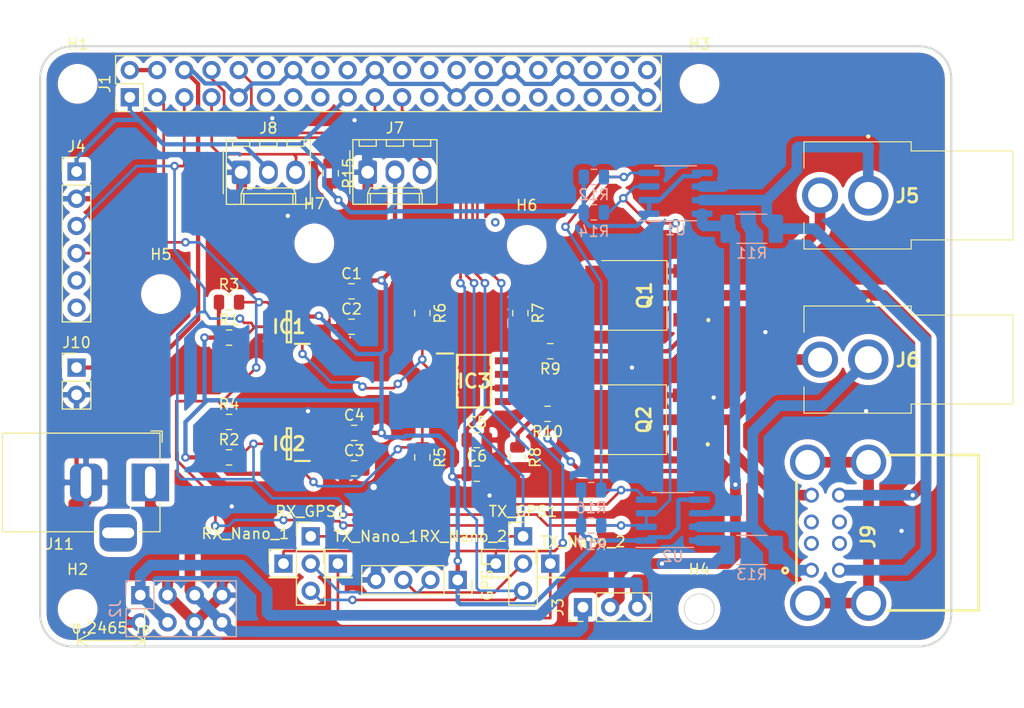
<source format=kicad_pcb>
(kicad_pcb (version 20171130) (host pcbnew "(5.1.5)-3")
  (layers (0 F.Cu signal) (31 B.Cu signal) (34 B.Paste user) (35 F.Paste user) (36 B.SilkS user) (37 F.SilkS user) (38 B.Mask user) (39 F.Mask user) (44 Edge.Cuts user))
  (net 0 "")
  (net 1 "Net-(J5-Pad2)")
  (net 2 "Net-(J6-Pad1)")
  (net 3 "Net-(J5-Pad1)")
  (net 4 VD)
  (net 5 GND)
  (net 6 +3V3)
  (net 7 /SCL)
  (net 8 /SDA)
  (net 9 "Net-(IC1-Pad1)")
  (net 10 "Net-(IC2-Pad1)")
  (net 11 "Net-(IC3-Pad7)")
  (net 12 "Net-(IC3-Pad5)")
  (net 13 "Net-(Q1-Pad1)")
  (net 14 "Net-(Q2-Pad1)")
  (net 15 VCC)
  (net 16 +12V)
  (net 17 /1-Wire)
  (net 18 +5V)
  (net 19 "Net-(J6-Pad2)")
  (net 20 "Net-(J9-Pad10)")
  (net 21 /gnd_pi)
  (net 22 /tx_gps)
  (net 23 /rx_gps)
  (net 24 /UART_RX_NanopiM4)
  (net 25 /UART_TX_NanopiM4)
  (net 26 /UART_RX)
  (net 27 /UART_TX)
  (module MountingHole:MountingHole_2.7mm_M2.5 (layer F.Cu) (at 87.45728 116.68506)
    (fp_text reference H7 (at 0 -3.7) (layer F.SilkS))
    (fp_text value MountingHole)
    (pad 1 np_thru_hole circle (at 0 0) (size 2.7 2.7) (drill 2.7) (layers *.Cu *.Mask))
  )
  (module MountingHole:MountingHole_2.7mm_M2.5 (layer F.Cu) (at 107.27944 116.82984)
    (fp_text reference H6 (at 0 -3.7) (layer F.SilkS))
    (fp_text value MountingHole)
    (pad 1 np_thru_hole circle (at 0 0) (size 2.7 2.7) (drill 2.7) (layers *.Cu *.Mask))
  )
  (module Connector_PinSocket_2.54mm:PinSocket_1x04_P2.54mm_Vertical (layer F.Cu) (at 100.838 148.082 270)
    (fp_text reference GPS1 (at 0 -2.77 90) (layer F.SilkS))
    (fp_text value Conn_01x04)
    (pad 4 thru_hole oval (at 0 7.62 270) (size 1.7 1.7) (drill 1) (layers *.Cu *.Mask) (net 5 GND))
    (pad 3 thru_hole oval (at 0 5.08 270) (size 1.7 1.7) (drill 1) (layers *.Cu *.Mask) (net 22 /tx_gps))
    (pad 2 thru_hole oval (at 0 2.54 270) (size 1.7 1.7) (drill 1) (layers *.Cu *.Mask) (net 23 /rx_gps))
    (pad 1 thru_hole rect (at 0 0 270) (size 1.7 1.7) (drill 1) (layers *.Cu *.Mask) (net 6 +3V3))
  )
  (module Connector_PinHeader_2.54mm:PinHeader_1x01_P2.54mm_Vertical (layer F.Cu) (at 109.474 146.558)
    (fp_text reference TX_Nano_2 (at 3.048 -2.032) (layer F.SilkS))
    (fp_text value Conn_01x01)
    (pad 1 thru_hole rect (at 0 0) (size 1.7 1.7) (drill 1) (layers *.Cu *.Mask) (net 25 /UART_TX_NanopiM4))
  )
  (module Connector_PinHeader_2.54mm:PinHeader_1x01_P2.54mm_Vertical (layer F.Cu) (at 89.662 146.558)
    (fp_text reference TX_Nano_1 (at 3.556 -2.54 180) (layer F.SilkS))
    (fp_text value Conn_01x01)
    (pad 1 thru_hole rect (at 0 0) (size 1.7 1.7) (drill 1) (layers *.Cu *.Mask) (net 25 /UART_TX_NanopiM4))
  )
  (module Connector_PinHeader_2.54mm:PinHeader_1x03_P2.54mm_Vertical (layer F.Cu) (at 106.934 144.018)
    (fp_text reference TX_GPS1 (at 0 -2.33) (layer F.SilkS))
    (fp_text value Conn_01x03)
    (pad 3 thru_hole oval (at 0 5.08) (size 1.7 1.7) (drill 1) (layers *.Cu *.Mask) (net 27 /UART_TX))
    (pad 2 thru_hole oval (at 0 2.54) (size 1.7 1.7) (drill 1) (layers *.Cu *.Mask) (net 22 /tx_gps))
    (pad 1 thru_hole rect (at 0 0) (size 1.7 1.7) (drill 1) (layers *.Cu *.Mask) (net 26 /UART_RX))
  )
  (module Connector_PinHeader_2.54mm:PinHeader_1x01_P2.54mm_Vertical (layer F.Cu) (at 104.394 146.558)
    (fp_text reference RX_Nano_2 (at -3.048 -2.54 180) (layer F.SilkS))
    (fp_text value Conn_01x01)
    (pad 1 thru_hole rect (at 0 0) (size 1.7 1.7) (drill 1) (layers *.Cu *.Mask) (net 24 /UART_RX_NanopiM4))
  )
  (module Connector_PinHeader_2.54mm:PinHeader_1x01_P2.54mm_Vertical (layer F.Cu) (at 84.582 146.558)
    (fp_text reference RX_Nano_1 (at -3.556 -2.794 180) (layer F.SilkS))
    (fp_text value Conn_01x01)
    (pad 1 thru_hole rect (at 0 0) (size 1.7 1.7) (drill 1) (layers *.Cu *.Mask) (net 24 /UART_RX_NanopiM4))
  )
  (module Connector_PinHeader_2.54mm:PinHeader_1x03_P2.54mm_Vertical (layer F.Cu) (at 87.122 144.018)
    (fp_text reference RX_GPS1 (at 0 -2.33) (layer F.SilkS))
    (fp_text value Conn_01x03)
    (pad 3 thru_hole oval (at 0 5.08) (size 1.7 1.7) (drill 1) (layers *.Cu *.Mask) (net 27 /UART_TX))
    (pad 2 thru_hole oval (at 0 2.54) (size 1.7 1.7) (drill 1) (layers *.Cu *.Mask) (net 23 /rx_gps))
    (pad 1 thru_hole rect (at 0 0) (size 1.7 1.7) (drill 1) (layers *.Cu *.Mask) (net 26 /UART_RX))
  )
  (module MountingHole:MountingHole_2.7mm_M2.5 (layer F.Cu) (at 73.152 121.412)
    (fp_text reference H5 (at 0 -3.7) (layer F.SilkS))
    (fp_text value MountingHole)
    (pad 1 np_thru_hole circle (at 0 0) (size 2.7 2.7) (drill 2.7) (layers *.Cu *.Mask))
  )
  (module Connector_PinHeader_2.54mm:PinHeader_1x02_P2.54mm_Vertical (layer F.Cu) (at 65.278 128.27)
    (fp_text reference J10 (at 0 -2.33) (layer F.SilkS))
    (fp_text value Conn_01x02)
    (pad 2 thru_hole oval (at 0 2.54) (size 1.7 1.7) (drill 1) (layers *.Cu *.Mask) (net 5 GND))
    (pad 1 thru_hole rect (at 0 0) (size 1.7 1.7) (drill 1) (layers *.Cu *.Mask) (net 21 /gnd_pi))
  )
  (module Connector_BarrelJack:BarrelJack_Horizontal (layer F.Cu) (at 72.1614 138.9888)
    (fp_text reference J11 (at -8.45 5.75) (layer F.SilkS))
    (fp_text value Jack-DC)
    (pad 3 thru_hole roundrect (at -3 4.7) (size 3.5 3.5) (drill oval 3 1) (layers *.Cu *.Mask))
    (pad 2 thru_hole roundrect (at -6 0) (size 3 3.5) (drill oval 1 3) (layers *.Cu *.Mask) (net 5 GND))
    (pad 1 thru_hole rect (at 0 0) (size 3.5 3.5) (drill oval 1 3) (layers *.Cu *.Mask) (net 15 VCC))
  )
  (module MountingHole:MountingHole_2.7mm_M2.5 (layer F.Cu) (at 123.3678 150.7998)
    (fp_text reference H4 (at 0 -3.7) (layer F.SilkS))
    (fp_text value MountingHole)
    (pad 1 np_thru_hole circle (at 0 0) (size 2.7 2.7) (drill 2.7) (layers *.Cu *.Mask))
  )
  (module MountingHole:MountingHole_2.7mm_M2.5 (layer F.Cu) (at 123.3932 101.8032)
    (fp_text reference H3 (at 0 -3.7) (layer F.SilkS))
    (fp_text value MountingHole)
    (pad 1 np_thru_hole circle (at 0 0) (size 2.7 2.7) (drill 2.7) (layers *.Cu *.Mask))
  )
  (module MountingHole:MountingHole_2.7mm_M2.5 (layer F.Cu) (at 65.3796 150.7998)
    (fp_text reference H2 (at 0 -3.7) (layer F.SilkS))
    (fp_text value MountingHole)
    (pad 1 np_thru_hole circle (at 0 0) (size 2.7 2.7) (drill 2.7) (layers *.Cu *.Mask))
  )
  (module MountingHole:MountingHole_2.7mm_M2.5 (layer F.Cu) (at 65.3796 101.8032)
    (fp_text reference H1 (at 0 -3.7) (layer F.SilkS))
    (fp_text value MountingHole)
    (pad 1 np_thru_hole circle (at 0 0) (size 2.7 2.7) (drill 2.7) (layers *.Cu *.Mask))
  )
  (module Connector_Molex:Molex_KK-254_AE-6410-03A_1x03_P2.54mm_Vertical (layer F.Cu) (at 80.6323 110.05566)
    (fp_text reference J8 (at 2.54 -4.12) (layer F.SilkS))
    (fp_text value Conn_01x03)
    (pad 3 thru_hole oval (at 5.08 0) (size 1.74 2.2) (drill 1.2) (layers *.Cu *.Mask) (net 17 /1-Wire))
    (pad 2 thru_hole oval (at 2.54 0) (size 1.74 2.2) (drill 1.2) (layers *.Cu *.Mask) (net 6 +3V3))
    (pad 1 thru_hole roundrect (at 0 0) (size 1.74 2.2) (drill 1.2) (layers *.Cu *.Mask) (roundrect_rratio 0.143678) (net 5 GND))
  )
  (module Connector_Molex:Molex_KK-254_AE-6410-03A_1x03_P2.54mm_Vertical (layer F.Cu) (at 92.43822 110.04296)
    (fp_text reference J7 (at 2.54 -4.12) (layer F.SilkS))
    (fp_text value Conn_01x03)
    (pad 3 thru_hole oval (at 5.08 0) (size 1.74 2.2) (drill 1.2) (layers *.Cu *.Mask) (net 17 /1-Wire))
    (pad 2 thru_hole oval (at 2.54 0) (size 1.74 2.2) (drill 1.2) (layers *.Cu *.Mask) (net 6 +3V3))
    (pad 1 thru_hole roundrect (at 0 0) (size 1.74 2.2) (drill 1.2) (layers *.Cu *.Mask) (roundrect_rratio 0.143678) (net 5 GND))
  )
  (module rca:KLPX0848A2O (layer F.Cu) (at 139.13866 127.52578 180)
    (fp_text reference J6 (at -3.661 -0.04) (layer F.SilkS) (effects (font (size 1.27 1.27) (thickness 0.254))))
    (fp_text value Conn_Coaxial hide)
    (pad 2 thru_hole circle (at 4.5 0 180) (size 3.354 3.354) (drill 2.2361) (layers *.Cu *.Mask) (net 19 "Net-(J6-Pad2)"))
    (pad 1 thru_hole circle (at 0 0 180) (size 3.759 3.759) (drill 2.506) (layers *.Cu *.Mask) (net 2 "Net-(J6-Pad1)"))
  )
  (module rca:KLPX0848A2O (layer F.Cu) (at 139.13866 112.20958 180)
    (fp_text reference J5 (at -3.661 -0.04) (layer F.SilkS) (effects (font (size 1.27 1.27) (thickness 0.254))))
    (fp_text value Conn_Coaxial hide)
    (pad 2 thru_hole circle (at 4.5 0 180) (size 3.354 3.354) (drill 2.2361) (layers *.Cu *.Mask) (net 1 "Net-(J5-Pad2)"))
    (pad 1 thru_hole circle (at 0 0 180) (size 3.759 3.759) (drill 2.506) (layers *.Cu *.Mask) (net 3 "Net-(J5-Pad1)"))
  )
  (module Connector_PinHeader_2.54mm:PinHeader_2x20_P2.54mm_Vertical (layer F.Cu) (at 70.24878 103.05796 90)
    (fp_text reference J1 (at 1.27 -2.33 90) (layer F.SilkS))
    (fp_text value Conn_02x20_Odd_Even)
    (pad 40 thru_hole oval (at 2.54 48.26 90) (size 1.7 1.7) (drill 1) (layers *.Cu *.Mask))
    (pad 39 thru_hole oval (at 0 48.26 90) (size 1.7 1.7) (drill 1) (layers *.Cu *.Mask) (net 21 /gnd_pi))
    (pad 38 thru_hole oval (at 2.54 45.72 90) (size 1.7 1.7) (drill 1) (layers *.Cu *.Mask))
    (pad 37 thru_hole oval (at 0 45.72 90) (size 1.7 1.7) (drill 1) (layers *.Cu *.Mask))
    (pad 36 thru_hole oval (at 2.54 43.18 90) (size 1.7 1.7) (drill 1) (layers *.Cu *.Mask))
    (pad 35 thru_hole oval (at 0 43.18 90) (size 1.7 1.7) (drill 1) (layers *.Cu *.Mask))
    (pad 34 thru_hole oval (at 2.54 40.64 90) (size 1.7 1.7) (drill 1) (layers *.Cu *.Mask) (net 21 /gnd_pi))
    (pad 33 thru_hole oval (at 0 40.64 90) (size 1.7 1.7) (drill 1) (layers *.Cu *.Mask))
    (pad 32 thru_hole oval (at 2.54 38.1 90) (size 1.7 1.7) (drill 1) (layers *.Cu *.Mask))
    (pad 31 thru_hole oval (at 0 38.1 90) (size 1.7 1.7) (drill 1) (layers *.Cu *.Mask))
    (pad 30 thru_hole oval (at 2.54 35.56 90) (size 1.7 1.7) (drill 1) (layers *.Cu *.Mask) (net 21 /gnd_pi))
    (pad 29 thru_hole oval (at 0 35.56 90) (size 1.7 1.7) (drill 1) (layers *.Cu *.Mask))
    (pad 28 thru_hole oval (at 2.54 33.02 90) (size 1.7 1.7) (drill 1) (layers *.Cu *.Mask))
    (pad 27 thru_hole oval (at 0 33.02 90) (size 1.7 1.7) (drill 1) (layers *.Cu *.Mask))
    (pad 26 thru_hole oval (at 2.54 30.48 90) (size 1.7 1.7) (drill 1) (layers *.Cu *.Mask))
    (pad 25 thru_hole oval (at 0 30.48 90) (size 1.7 1.7) (drill 1) (layers *.Cu *.Mask) (net 21 /gnd_pi))
    (pad 24 thru_hole oval (at 2.54 27.94 90) (size 1.7 1.7) (drill 1) (layers *.Cu *.Mask))
    (pad 23 thru_hole oval (at 0 27.94 90) (size 1.7 1.7) (drill 1) (layers *.Cu *.Mask))
    (pad 22 thru_hole oval (at 2.54 25.4 90) (size 1.7 1.7) (drill 1) (layers *.Cu *.Mask))
    (pad 21 thru_hole oval (at 0 25.4 90) (size 1.7 1.7) (drill 1) (layers *.Cu *.Mask) (net 24 /UART_RX_NanopiM4))
    (pad 20 thru_hole oval (at 2.54 22.86 90) (size 1.7 1.7) (drill 1) (layers *.Cu *.Mask) (net 21 /gnd_pi))
    (pad 19 thru_hole oval (at 0 22.86 90) (size 1.7 1.7) (drill 1) (layers *.Cu *.Mask) (net 25 /UART_TX_NanopiM4))
    (pad 18 thru_hole oval (at 2.54 20.32 90) (size 1.7 1.7) (drill 1) (layers *.Cu *.Mask))
    (pad 17 thru_hole oval (at 0 20.32 90) (size 1.7 1.7) (drill 1) (layers *.Cu *.Mask) (net 6 +3V3))
    (pad 16 thru_hole oval (at 2.54 17.78 90) (size 1.7 1.7) (drill 1) (layers *.Cu *.Mask))
    (pad 15 thru_hole oval (at 0 17.78 90) (size 1.7 1.7) (drill 1) (layers *.Cu *.Mask))
    (pad 14 thru_hole oval (at 2.54 15.24 90) (size 1.7 1.7) (drill 1) (layers *.Cu *.Mask) (net 21 /gnd_pi))
    (pad 13 thru_hole oval (at 0 15.24 90) (size 1.7 1.7) (drill 1) (layers *.Cu *.Mask))
    (pad 12 thru_hole oval (at 2.54 12.7 90) (size 1.7 1.7) (drill 1) (layers *.Cu *.Mask))
    (pad 11 thru_hole oval (at 0 12.7 90) (size 1.7 1.7) (drill 1) (layers *.Cu *.Mask))
    (pad 10 thru_hole oval (at 2.54 10.16 90) (size 1.7 1.7) (drill 1) (layers *.Cu *.Mask) (net 26 /UART_RX))
    (pad 9 thru_hole oval (at 0 10.16 90) (size 1.7 1.7) (drill 1) (layers *.Cu *.Mask) (net 21 /gnd_pi))
    (pad 8 thru_hole oval (at 2.54 7.62 90) (size 1.7 1.7) (drill 1) (layers *.Cu *.Mask) (net 27 /UART_TX))
    (pad 7 thru_hole oval (at 0 7.62 90) (size 1.7 1.7) (drill 1) (layers *.Cu *.Mask) (net 17 /1-Wire))
    (pad 6 thru_hole oval (at 2.54 5.08 90) (size 1.7 1.7) (drill 1) (layers *.Cu *.Mask) (net 21 /gnd_pi))
    (pad 5 thru_hole oval (at 0 5.08 90) (size 1.7 1.7) (drill 1) (layers *.Cu *.Mask) (net 7 /SCL))
    (pad 4 thru_hole oval (at 2.54 2.54 90) (size 1.7 1.7) (drill 1) (layers *.Cu *.Mask) (net 18 +5V))
    (pad 3 thru_hole oval (at 0 2.54 90) (size 1.7 1.7) (drill 1) (layers *.Cu *.Mask) (net 8 /SDA))
    (pad 2 thru_hole oval (at 2.54 0 90) (size 1.7 1.7) (drill 1) (layers *.Cu *.Mask) (net 18 +5V))
    (pad 1 thru_hole rect (at 0 0 90) (size 1.7 1.7) (drill 1) (layers *.Cu *.Mask) (net 6 +3V3))
  )
  (module Resistor_SMD:R_0805_2012Metric (layer F.Cu) (at 88.9889 110.14202 270)
    (fp_text reference R15 (at 0 -1.65 90) (layer F.SilkS))
    (fp_text value 4.7k)
    (pad 2 smd roundrect (at 0.9375 0 270) (size 0.975 1.4) (layers F.Cu F.Paste F.Mask) (net 6 +3V3))
    (pad 1 smd roundrect (at -0.9375 0 270) (size 0.975 1.4) (layers F.Cu F.Paste F.Mask) (net 17 /1-Wire))
  )
  (module Connector_PinHeader_2.54mm:PinHeader_1x06_P2.54mm_Vertical (layer F.Cu) (at 65.278 109.982)
    (fp_text reference J4 (at 0 -2.33) (layer F.SilkS))
    (fp_text value Conn_01x06)
    (pad 6 thru_hole oval (at 0 12.7) (size 1.7 1.7) (drill 1) (layers *.Cu *.Mask))
    (pad 5 thru_hole oval (at 0 10.16) (size 1.7 1.7) (drill 1) (layers *.Cu *.Mask))
    (pad 4 thru_hole oval (at 0 7.62) (size 1.7 1.7) (drill 1) (layers *.Cu *.Mask) (net 8 /SDA))
    (pad 3 thru_hole oval (at 0 5.08) (size 1.7 1.7) (drill 1) (layers *.Cu *.Mask) (net 7 /SCL))
    (pad 2 thru_hole oval (at 0 2.54) (size 1.7 1.7) (drill 1) (layers *.Cu *.Mask) (net 5 GND))
    (pad 1 thru_hole rect (at 0 0) (size 1.7 1.7) (drill 1) (layers *.Cu *.Mask) (net 6 +3V3))
  )
  (module Connector_PinHeader_2.54mm:PinHeader_1x03_P2.54mm_Vertical (layer F.Cu) (at 112.522 150.622 90)
    (fp_text reference J3 (at 0 -2.33 90) (layer F.SilkS))
    (fp_text value Conn_01x03)
    (pad 3 thru_hole oval (at 0 5.08 90) (size 1.7 1.7) (drill 1) (layers *.Cu *.Mask) (net 16 +12V))
    (pad 2 thru_hole oval (at 0 2.54 90) (size 1.7 1.7) (drill 1) (layers *.Cu *.Mask) (net 4 VD))
    (pad 1 thru_hole rect (at 0 0 90) (size 1.7 1.7) (drill 1) (layers *.Cu *.Mask) (net 15 VCC))
  )
  (module Connector_PinHeader_2.54mm:PinHeader_2x04_P2.54mm_Vertical (layer B.Cu) (at 71.228 149.5023 270)
    (fp_text reference J2 (at 1.27 2.33 270) (layer B.SilkS) (effects (justify mirror)))
    (fp_text value Conn_02x04_Odd_Even)
    (pad 8 thru_hole oval (at 2.54 -7.62 270) (size 1.7 1.7) (drill 1) (layers *.Cu *.Mask) (net 15 VCC))
    (pad 7 thru_hole oval (at 0 -7.62 270) (size 1.7 1.7) (drill 1) (layers *.Cu *.Mask) (net 5 GND))
    (pad 6 thru_hole oval (at 2.54 -5.08 270) (size 1.7 1.7) (drill 1) (layers *.Cu *.Mask) (net 5 GND))
    (pad 5 thru_hole oval (at 0 -5.08 270) (size 1.7 1.7) (drill 1) (layers *.Cu *.Mask) (net 15 VCC))
    (pad 4 thru_hole oval (at 2.54 -2.54 270) (size 1.7 1.7) (drill 1) (layers *.Cu *.Mask) (net 16 +12V))
    (pad 3 thru_hole oval (at 0 -2.54 270) (size 1.7 1.7) (drill 1) (layers *.Cu *.Mask) (net 5 GND))
    (pad 2 thru_hole oval (at 2.54 0 270) (size 1.7 1.7) (drill 1) (layers *.Cu *.Mask) (net 5 GND))
    (pad 1 thru_hole rect (at 0 0 270) (size 1.7 1.7) (drill 1) (layers *.Cu *.Mask) (net 16 +12V))
  )
  (module Capacitor_SMD:C_0805_2012Metric (layer F.Cu) (at 102.616 138.176)
    (fp_text reference C6 (at 0 -1.65) (layer F.SilkS))
    (fp_text value 1uF)
    (pad 2 smd roundrect (at 0.9375 0) (size 0.975 1.4) (layers F.Cu F.Paste F.Mask) (net 5 GND))
    (pad 1 smd roundrect (at -0.9375 0) (size 0.975 1.4) (layers F.Cu F.Paste F.Mask) (net 6 +3V3))
  )
  (module Capacitor_SMD:C_0805_2012Metric (layer F.Cu) (at 102.616 135.03)
    (fp_text reference C5 (at 0 -1.65) (layer F.SilkS))
    (fp_text value 0.1uF)
    (pad 2 smd roundrect (at 0.9375 0) (size 0.975 1.4) (layers F.Cu F.Paste F.Mask) (net 5 GND))
    (pad 1 smd roundrect (at -0.9375 0) (size 0.975 1.4) (layers F.Cu F.Paste F.Mask) (net 6 +3V3))
  )
  (module Capacitor_SMD:C_0805_2012Metric (layer F.Cu) (at 91.186 134.366)
    (fp_text reference C4 (at 0 -1.65) (layer F.SilkS))
    (fp_text value 0.1uF)
    (pad 2 smd roundrect (at 0.9375 0) (size 0.975 1.4) (layers F.Cu F.Paste F.Mask) (net 6 +3V3))
    (pad 1 smd roundrect (at -0.9375 0) (size 0.975 1.4) (layers F.Cu F.Paste F.Mask) (net 5 GND))
  )
  (module Capacitor_SMD:C_0805_2012Metric (layer F.Cu) (at 91.186 137.668)
    (fp_text reference C3 (at 0 -1.65) (layer F.SilkS))
    (fp_text value 10uF)
    (pad 2 smd roundrect (at 0.9375 0) (size 0.975 1.4) (layers F.Cu F.Paste F.Mask) (net 6 +3V3))
    (pad 1 smd roundrect (at -0.9375 0) (size 0.975 1.4) (layers F.Cu F.Paste F.Mask) (net 5 GND))
  )
  (module Capacitor_SMD:C_0805_2012Metric (layer F.Cu) (at 90.932 124.46)
    (fp_text reference C2 (at 0 -1.65) (layer F.SilkS))
    (fp_text value 0.1uF)
    (pad 2 smd roundrect (at 0.9375 0) (size 0.975 1.4) (layers F.Cu F.Paste F.Mask) (net 6 +3V3))
    (pad 1 smd roundrect (at -0.9375 0) (size 0.975 1.4) (layers F.Cu F.Paste F.Mask) (net 5 GND))
  )
  (module Capacitor_SMD:C_0805_2012Metric (layer F.Cu) (at 90.932 121.158)
    (fp_text reference C1 (at 0 -1.65) (layer F.SilkS))
    (fp_text value 10uF)
    (pad 2 smd roundrect (at 0.9375 0) (size 0.975 1.4) (layers F.Cu F.Paste F.Mask) (net 6 +3V3))
    (pad 1 smd roundrect (at -0.9375 0) (size 0.975 1.4) (layers F.Cu F.Paste F.Mask) (net 5 GND))
  )
  (module Resistor_SMD:R_0805_2012Metric (layer B.Cu) (at 113.284 143.002 180)
    (fp_text reference R17 (at 0 -1.778) (layer B.SilkS) (effects (justify mirror)))
    (fp_text value 10k)
    (pad 2 smd roundrect (at 0.9375 0 180) (size 0.975 1.4) (layers B.Cu B.Paste B.Mask) (net 6 +3V3))
    (pad 1 smd roundrect (at -0.9375 0 180) (size 0.975 1.4) (layers B.Cu B.Paste B.Mask) (net 8 /SDA))
  )
  (module Resistor_SMD:R_0805_2012Metric (layer B.Cu) (at 113.284 139.7)
    (fp_text reference R16 (at 0 1.65) (layer B.SilkS) (effects (justify mirror)))
    (fp_text value 10k)
    (pad 2 smd roundrect (at 0.9375 0) (size 0.975 1.4) (layers B.Cu B.Paste B.Mask) (net 7 /SCL))
    (pad 1 smd roundrect (at -0.9375 0) (size 0.975 1.4) (layers B.Cu B.Paste B.Mask) (net 6 +3V3))
  )
  (module Resistor_SMD:R_0805_2012Metric (layer B.Cu) (at 113.538 113.792 180)
    (fp_text reference R14 (at 0 -1.778) (layer B.SilkS) (effects (justify mirror)))
    (fp_text value 10k)
    (pad 2 smd roundrect (at 0.9375 0 180) (size 0.975 1.4) (layers B.Cu B.Paste B.Mask) (net 6 +3V3))
    (pad 1 smd roundrect (at -0.9375 0 180) (size 0.975 1.4) (layers B.Cu B.Paste B.Mask) (net 8 /SDA))
  )
  (module Resistor_SMD:R_2010_5025Metric (layer B.Cu) (at 128.27 145.288)
    (fp_text reference R13 (at 0 2.28) (layer B.SilkS) (effects (justify mirror)))
    (fp_text value 0.02)
    (pad 2 smd roundrect (at 2.25 0) (size 1.35 2.65) (layers B.Cu B.Paste B.Mask) (roundrect_rratio 0.185185) (net 2 "Net-(J6-Pad1)"))
    (pad 1 smd roundrect (at -2.25 0) (size 1.35 2.65) (layers B.Cu B.Paste B.Mask) (roundrect_rratio 0.185185) (net 4 VD))
  )
  (module Resistor_SMD:R_0805_2012Metric (layer B.Cu) (at 113.538 110.49)
    (fp_text reference R12 (at 0 1.65) (layer B.SilkS) (effects (justify mirror)))
    (fp_text value 10k)
    (pad 2 smd roundrect (at 0.9375 0) (size 0.975 1.4) (layers B.Cu B.Paste B.Mask) (net 7 /SCL))
    (pad 1 smd roundrect (at -0.9375 0) (size 0.975 1.4) (layers B.Cu B.Paste B.Mask) (net 6 +3V3))
  )
  (module Resistor_SMD:R_2010_5025Metric (layer B.Cu) (at 128.27 115.316)
    (fp_text reference R11 (at 0 2.28) (layer B.SilkS) (effects (justify mirror)))
    (fp_text value 0.02)
    (pad 2 smd roundrect (at 2.25 0) (size 1.35 2.65) (layers B.Cu B.Paste B.Mask) (roundrect_rratio 0.185185) (net 3 "Net-(J5-Pad1)"))
    (pad 1 smd roundrect (at -2.25 0) (size 1.35 2.65) (layers B.Cu B.Paste B.Mask) (roundrect_rratio 0.185185) (net 4 VD))
  )
  (module Resistor_SMD:R_0805_2012Metric (layer F.Cu) (at 109.22 132.588 180)
    (fp_text reference R10 (at 0 -1.65) (layer F.SilkS))
    (fp_text value 100)
    (pad 2 smd roundrect (at 0.9375 0 180) (size 0.975 1.4) (layers F.Cu F.Paste F.Mask) (net 12 "Net-(IC3-Pad5)"))
    (pad 1 smd roundrect (at -0.9375 0 180) (size 0.975 1.4) (layers F.Cu F.Paste F.Mask) (net 14 "Net-(Q2-Pad1)"))
  )
  (module Resistor_SMD:R_0805_2012Metric (layer F.Cu) (at 109.474 126.746 180)
    (fp_text reference R9 (at 0 -1.65) (layer F.SilkS))
    (fp_text value 100)
    (pad 2 smd roundrect (at 0.9375 0 180) (size 0.975 1.4) (layers F.Cu F.Paste F.Mask) (net 11 "Net-(IC3-Pad7)"))
    (pad 1 smd roundrect (at -0.9375 0 180) (size 0.975 1.4) (layers F.Cu F.Paste F.Mask) (net 13 "Net-(Q1-Pad1)"))
  )
  (module Resistor_SMD:R_0805_2012Metric (layer F.Cu) (at 106.426 136.652 270)
    (fp_text reference R8 (at 0 -1.65 90) (layer F.SilkS))
    (fp_text value 10k)
    (pad 2 smd roundrect (at 0.9375 0 270) (size 0.975 1.4) (layers F.Cu F.Paste F.Mask) (net 5 GND))
    (pad 1 smd roundrect (at -0.9375 0 270) (size 0.975 1.4) (layers F.Cu F.Paste F.Mask) (net 12 "Net-(IC3-Pad5)"))
  )
  (module Resistor_SMD:R_0805_2012Metric (layer F.Cu) (at 106.68 123.19 270)
    (fp_text reference R7 (at 0 -1.65 90) (layer F.SilkS))
    (fp_text value 10k)
    (pad 2 smd roundrect (at 0.9375 0 270) (size 0.975 1.4) (layers F.Cu F.Paste F.Mask) (net 11 "Net-(IC3-Pad7)"))
    (pad 1 smd roundrect (at -0.9375 0 270) (size 0.975 1.4) (layers F.Cu F.Paste F.Mask) (net 5 GND))
  )
  (module Resistor_SMD:R_0805_2012Metric (layer F.Cu) (at 97.536 123.19 270)
    (fp_text reference R6 (at 0 -1.65 90) (layer F.SilkS))
    (fp_text value 10k)
    (pad 2 smd roundrect (at 0.9375 0 270) (size 0.975 1.4) (layers F.Cu F.Paste F.Mask) (net 9 "Net-(IC1-Pad1)"))
    (pad 1 smd roundrect (at -0.9375 0 270) (size 0.975 1.4) (layers F.Cu F.Paste F.Mask) (net 5 GND))
  )
  (module Resistor_SMD:R_0805_2012Metric (layer F.Cu) (at 97.536 136.652 270)
    (fp_text reference R5 (at 0 -1.65 90) (layer F.SilkS))
    (fp_text value 10k)
    (pad 2 smd roundrect (at 0.9375 0 270) (size 0.975 1.4) (layers F.Cu F.Paste F.Mask) (net 5 GND))
    (pad 1 smd roundrect (at -0.9375 0 270) (size 0.975 1.4) (layers F.Cu F.Paste F.Mask) (net 10 "Net-(IC2-Pad1)"))
  )
  (module Resistor_SMD:R_0805_2012Metric (layer F.Cu) (at 79.502 133.35)
    (fp_text reference R4 (at 0 -1.65) (layer F.SilkS))
    (fp_text value 10k)
    (pad 2 smd roundrect (at 0.9375 0) (size 0.975 1.4) (layers F.Cu F.Paste F.Mask) (net 8 /SDA))
    (pad 1 smd roundrect (at -0.9375 0) (size 0.975 1.4) (layers F.Cu F.Paste F.Mask) (net 6 +3V3))
  )
  (module Resistor_SMD:R_0805_2012Metric (layer F.Cu) (at 79.502 122.174)
    (fp_text reference R3 (at 0 -1.65) (layer F.SilkS))
    (fp_text value 10k)
    (pad 2 smd roundrect (at 0.9375 0) (size 0.975 1.4) (layers F.Cu F.Paste F.Mask) (net 8 /SDA))
    (pad 1 smd roundrect (at -0.9375 0) (size 0.975 1.4) (layers F.Cu F.Paste F.Mask) (net 6 +3V3))
  )
  (module Resistor_SMD:R_0805_2012Metric (layer F.Cu) (at 79.502 136.652)
    (fp_text reference R2 (at 0 -1.65) (layer F.SilkS))
    (fp_text value 10k)
    (pad 2 smd roundrect (at 0.9375 0) (size 0.975 1.4) (layers F.Cu F.Paste F.Mask) (net 7 /SCL))
    (pad 1 smd roundrect (at -0.9375 0) (size 0.975 1.4) (layers F.Cu F.Paste F.Mask) (net 6 +3V3))
  )
  (module Resistor_SMD:R_0805_2012Metric (layer F.Cu) (at 79.502 125.476)
    (fp_text reference R1 (at 0 -1.65) (layer F.SilkS))
    (fp_text value 10k)
    (pad 2 smd roundrect (at 0.9375 0) (size 0.975 1.4) (layers F.Cu F.Paste F.Mask) (net 7 /SCL))
    (pad 1 smd roundrect (at -0.9375 0) (size 0.975 1.4) (layers F.Cu F.Paste F.Mask) (net 6 +3V3))
  )
  (module FDD8447L:FDD8447LF085 (layer F.Cu) (at 118.26494 133.1341 90)
    (fp_text reference Q2 (at 0 -0.053 90) (layer F.SilkS) (effects (font (size 1.27 1.27) (thickness 0.254))))
    (fp_text value FDD8447L-F085 hide)
    (pad 3 smd rect (at 2.28 4.06 90) (size 1.25 2.85) (layers F.Cu F.Paste F.Mask) (net 5 GND))
    (pad 2 smd rect (at 0 -2.34 90) (size 5.55 6.5) (layers F.Cu F.Paste F.Mask) (net 19 "Net-(J6-Pad2)"))
    (pad 1 smd rect (at -2.28 4.06 90) (size 1.25 2.85) (layers F.Cu F.Paste F.Mask) (net 14 "Net-(Q2-Pad1)"))
  )
  (module FDD8447L:FDD8447LF085 (layer F.Cu) (at 118.32082 121.539 90)
    (fp_text reference Q1 (at 0 -0.053 90) (layer F.SilkS) (effects (font (size 1.27 1.27) (thickness 0.254))))
    (fp_text value FDD8447L-F085 hide)
    (pad 3 smd rect (at 2.28 4.06 90) (size 1.25 2.85) (layers F.Cu F.Paste F.Mask) (net 5 GND))
    (pad 2 smd rect (at 0 -2.34 90) (size 5.55 6.5) (layers F.Cu F.Paste F.Mask) (net 1 "Net-(J5-Pad2)"))
    (pad 1 smd rect (at -2.28 4.06 90) (size 1.25 2.85) (layers F.Cu F.Paste F.Mask) (net 13 "Net-(Q1-Pad1)"))
  )
  (module UCC27324D:SOIC127P600X175-8N (layer F.Cu) (at 102.362 129.54)
    (fp_text reference IC3 (at 0 0) (layer F.SilkS) (effects (font (size 1.27 1.27) (thickness 0.254))))
    (fp_text value UCC27324D hide)
    (pad 8 smd rect (at 2.711 -1.905 90) (size 0.65 1.528) (layers F.Cu F.Paste F.Mask))
    (pad 7 smd rect (at 2.711 -0.635 90) (size 0.65 1.528) (layers F.Cu F.Paste F.Mask) (net 11 "Net-(IC3-Pad7)"))
    (pad 6 smd rect (at 2.711 0.635 90) (size 0.65 1.528) (layers F.Cu F.Paste F.Mask) (net 6 +3V3))
    (pad 5 smd rect (at 2.711 1.905 90) (size 0.65 1.528) (layers F.Cu F.Paste F.Mask) (net 12 "Net-(IC3-Pad5)"))
    (pad 4 smd rect (at -2.711 1.905 90) (size 0.65 1.528) (layers F.Cu F.Paste F.Mask) (net 10 "Net-(IC2-Pad1)"))
    (pad 3 smd rect (at -2.711 0.635 90) (size 0.65 1.528) (layers F.Cu F.Paste F.Mask) (net 5 GND))
    (pad 2 smd rect (at -2.711 -0.635 90) (size 0.65 1.528) (layers F.Cu F.Paste F.Mask) (net 9 "Net-(IC1-Pad1)"))
    (pad 1 smd rect (at -2.711 -1.905 90) (size 0.65 1.528) (layers F.Cu F.Paste F.Mask))
  )
  (module mcp4725:SOT95P270X145-6N (layer F.Cu) (at 85.09 135.382 180)
    (fp_text reference IC2 (at 0 0) (layer F.SilkS) (effects (font (size 1.27 1.27) (thickness 0.254))))
    (fp_text value MCP4725A0T-E_CH hide)
    (pad 6 smd rect (at 1.25 -0.95 270) (size 0.6 1.4) (layers F.Cu F.Paste F.Mask) (net 6 +3V3))
    (pad 5 smd rect (at 1.25 0 270) (size 0.6 1.4) (layers F.Cu F.Paste F.Mask) (net 7 /SCL))
    (pad 4 smd rect (at 1.25 0.95 270) (size 0.6 1.4) (layers F.Cu F.Paste F.Mask) (net 8 /SDA))
    (pad 3 smd rect (at -1.25 0.95 270) (size 0.6 1.4) (layers F.Cu F.Paste F.Mask) (net 6 +3V3))
    (pad 2 smd rect (at -1.25 0 270) (size 0.6 1.4) (layers F.Cu F.Paste F.Mask) (net 5 GND))
    (pad 1 smd rect (at -1.25 -0.95 270) (size 0.6 1.4) (layers F.Cu F.Paste F.Mask) (net 10 "Net-(IC2-Pad1)"))
  )
  (module mcp4725:SOT95P270X145-6N (layer F.Cu) (at 85.09 124.46 180)
    (fp_text reference IC1 (at 0 0) (layer F.SilkS) (effects (font (size 1.27 1.27) (thickness 0.254))))
    (fp_text value MCP4725A0T-E_CH hide)
    (pad 6 smd rect (at 1.25 -0.95 270) (size 0.6 1.4) (layers F.Cu F.Paste F.Mask) (net 5 GND))
    (pad 5 smd rect (at 1.25 0 270) (size 0.6 1.4) (layers F.Cu F.Paste F.Mask) (net 7 /SCL))
    (pad 4 smd rect (at 1.25 0.95 270) (size 0.6 1.4) (layers F.Cu F.Paste F.Mask) (net 8 /SDA))
    (pad 3 smd rect (at -1.25 0.95 270) (size 0.6 1.4) (layers F.Cu F.Paste F.Mask) (net 6 +3V3))
    (pad 2 smd rect (at -1.25 0 270) (size 0.6 1.4) (layers F.Cu F.Paste F.Mask) (net 5 GND))
    (pad 1 smd rect (at -1.25 -0.95 270) (size 0.6 1.4) (layers F.Cu F.Paste F.Mask) (net 9 "Net-(IC1-Pad1)"))
  )
  (module Package_SO:SOIC-8_3.9x4.9mm_P1.27mm (layer B.Cu) (at 120.904 142.494)
    (fp_text reference U2 (at 0 3.4) (layer B.SilkS) (effects (justify mirror)))
    (fp_text value INA219AxD)
    (pad 8 smd roundrect (at 2.475 1.905) (size 1.95 0.6) (layers B.Cu B.Paste B.Mask) (net 4 VD))
    (pad 7 smd roundrect (at 2.475 0.635) (size 1.95 0.6) (layers B.Cu B.Paste B.Mask) (net 2 "Net-(J6-Pad1)"))
    (pad 6 smd roundrect (at 2.475 -0.635) (size 1.95 0.6) (layers B.Cu B.Paste B.Mask) (net 5 GND))
    (pad 5 smd roundrect (at 2.475 -1.905) (size 1.95 0.6) (layers B.Cu B.Paste B.Mask) (net 6 +3V3))
    (pad 4 smd roundrect (at -2.475 -1.905) (size 1.95 0.6) (layers B.Cu B.Paste B.Mask) (net 7 /SCL))
    (pad 3 smd roundrect (at -2.475 -0.635) (size 1.95 0.6) (layers B.Cu B.Paste B.Mask) (net 8 /SDA))
    (pad 2 smd roundrect (at -2.475 0.635) (size 1.95 0.6) (layers B.Cu B.Paste B.Mask) (net 8 /SDA))
    (pad 1 smd roundrect (at -2.475 1.905) (size 1.95 0.6) (layers B.Cu B.Paste B.Mask) (net 6 +3V3))
  )
  (module Package_SO:SOIC-8_3.9x4.9mm_P1.27mm (layer B.Cu) (at 121.158 112.014)
    (fp_text reference U1 (at 0 3.4) (layer B.SilkS) (effects (justify mirror)))
    (fp_text value INA219AxD)
    (pad 8 smd roundrect (at 2.475 1.905) (size 1.95 0.6) (layers B.Cu B.Paste B.Mask) (net 4 VD))
    (pad 7 smd roundrect (at 2.475 0.635) (size 1.95 0.6) (layers B.Cu B.Paste B.Mask) (net 3 "Net-(J5-Pad1)"))
    (pad 6 smd roundrect (at 2.475 -0.635) (size 1.95 0.6) (layers B.Cu B.Paste B.Mask) (net 5 GND))
    (pad 5 smd roundrect (at 2.475 -1.905) (size 1.95 0.6) (layers B.Cu B.Paste B.Mask) (net 6 +3V3))
    (pad 4 smd roundrect (at -2.475 -1.905) (size 1.95 0.6) (layers B.Cu B.Paste B.Mask) (net 7 /SCL))
    (pad 3 smd roundrect (at -2.475 -0.635) (size 1.95 0.6) (layers B.Cu B.Paste B.Mask) (net 8 /SDA))
    (pad 2 smd roundrect (at -2.475 0.635) (size 1.95 0.6) (layers B.Cu B.Paste B.Mask) (net 6 +3V3))
    (pad 1 smd roundrect (at -2.475 1.905) (size 1.95 0.6) (layers B.Cu B.Paste B.Mask) (net 6 +3V3))
  )
  (module double_usb:DUAL_USB_2.0_TYPE-A (layer F.Cu) (at 149.4409 143.6751 90)
    (fp_text reference J9 (at -0.36 -10.317 90) (layer F.SilkS) (effects (font (size 1.27 1.27) (thickness 0.254))))
    (fp_text value double_usb hide)
    (pad 12 thru_hole circle (at -6.57 -10.28 90) (size 3.3 3.3) (drill 2.3) (layers *.Cu *.Mask) (net 20 "Net-(J9-Pad10)"))
    (pad 11 thru_hole circle (at 6.57 -10.28 90) (size 3.3 3.3) (drill 2.3) (layers *.Cu *.Mask) (net 20 "Net-(J9-Pad10)"))
    (pad 10 thru_hole circle (at 6.57 -15.96 90) (size 3.3 3.3) (drill 2.3) (layers *.Cu *.Mask) (net 20 "Net-(J9-Pad10)"))
    (pad 9 thru_hole circle (at -6.57 -15.96 90) (size 3.3 3.3) (drill 2.3) (layers *.Cu *.Mask) (net 20 "Net-(J9-Pad10)"))
    (pad 8 thru_hole circle (at 3.5 -12.99 90) (size 1.4 1.4) (drill 0.9) (layers *.Cu *.Mask) (net 1 "Net-(J5-Pad2)"))
    (pad 7 thru_hole circle (at 1 -12.99 90) (size 1.4 1.4) (drill 0.9) (layers *.Cu *.Mask))
    (pad 6 thru_hole circle (at -1 -12.99 90) (size 1.4 1.4) (drill 0.9) (layers *.Cu *.Mask))
    (pad 5 thru_hole circle (at -3.5 -12.99 90) (size 1.4 1.4) (drill 0.9) (layers *.Cu *.Mask) (net 3 "Net-(J5-Pad1)"))
    (pad 4 thru_hole circle (at 3.5 -15.61 90) (size 1.4 1.4) (drill 0.9) (layers *.Cu *.Mask) (net 19 "Net-(J6-Pad2)"))
    (pad 3 thru_hole circle (at 1 -15.61 90) (size 1.4 1.4) (drill 0.9) (layers *.Cu *.Mask))
    (pad 2 thru_hole circle (at -1 -15.61 90) (size 1.4 1.4) (drill 0.9) (layers *.Cu *.Mask))
    (pad 1 thru_hole circle (at -3.5 -15.61 90) (size 1.4 1.4) (drill 0.9) (layers *.Cu *.Mask) (net 2 "Net-(J6-Pad1)"))
  )
  (dimension 6.261119 (width 0.12) (layer F.SilkS) (gr_text "6,261 mm" (at 68.502692 154.994924 0.1394620682) (layer F.SilkS) (effects (font (size 1 1) (thickness 0.15)))) (feature1 (pts (xy 71.62292 150.74646) (xy 71.631579 154.303727))) (feature2 (pts (xy 65.36182 150.7617) (xy 65.370479 154.318967))) (crossbar (pts (xy 65.369051 153.732548) (xy 71.630151 153.717308))) (arrow1a (pts (xy 71.630151 153.717308) (xy 70.505078 154.306469))) (arrow1b (pts (xy 71.630151 153.717308) (xy 70.502223 153.133631))) (arrow2a (pts (xy 65.369051 153.732548) (xy 66.496979 154.316225))) (arrow2b (pts (xy 65.369051 153.732548) (xy 66.494124 153.143387))))
  (gr_arc (start 143.880002 151.290003) (end 143.88 154.29) (angle -90.00008561) (layer Edge.Cuts) (width 0.2))
  (gr_arc (start 64.879997 101.289998) (end 64.88 98.29) (angle -90.00008561) (layer Edge.Cuts) (width 0.2))
  (gr_line (start 146.88 151.29) (end 146.88 101.29) (layer Edge.Cuts) (width 0.2))
  (gr_circle (center 123.38 150.790001) (end 124.73 150.790001) (layer Edge.Cuts) (width 0.2))
  (gr_line (start 64.88 154.29) (end 143.88 154.29) (layer Edge.Cuts) (width 0.2))
  (gr_line (start 143.88 98.29) (end 64.88 98.29) (layer Edge.Cuts) (width 0.2))
  (gr_arc (start 64.879997 151.290003) (end 61.88 151.29) (angle -90.00008561) (layer Edge.Cuts) (width 0.2))
  (gr_arc (start 143.880002 101.289998) (end 146.88 101.29) (angle -90.00008561) (layer Edge.Cuts) (width 0.2))
  (gr_line (start 61.88 101.29) (end 61.88 151.29) (layer Edge.Cuts) (width 0.2))
  (segment (start 115.98082 121.539) (end 128.397 121.539) (width 1) (layer F.Cu) (net 1))
  (segment (start 134.63866 115.29734) (end 134.63866 112.20958) (width 1) (layer F.Cu) (net 1))
  (segment (start 128.397 121.539) (end 134.63866 115.29734) (width 1) (layer F.Cu) (net 1))
  (segment (start 128.397 121.539) (end 140.589 121.539) (width 1) (layer F.Cu) (net 1))
  (segment (start 140.589 121.539) (end 144.526 125.476) (width 1) (layer F.Cu) (net 1))
  (segment (start 144.526 125.476) (end 144.526 138.938) (width 1) (layer F.Cu) (net 1))
  (segment (start 143.2889 140.1751) (end 143.2889 140.1751) (width 1) (layer F.Cu) (net 1))
  (segment (start 144.526 138.938) (end 143.2889 140.1751) (width 1) (layer F.Cu) (net 1))
  (segment (start 143.2889 140.1751) (end 136.4509 140.1751) (width 1) (layer B.Cu) (net 1))
  (via (at 143.2889 140.1751) (size 1) (drill 0.4) (layers F.Cu B.Cu) (net 1))
  (segment (start 128.361 143.129) (end 130.52 145.288) (width 1) (layer B.Cu) (net 2))
  (segment (start 123.379 143.129) (end 128.361 143.129) (width 1) (layer B.Cu) (net 2))
  (segment (start 128.361 143.129) (end 128.361 134.275) (width 1) (layer B.Cu) (net 2))
  (segment (start 128.361 134.275) (end 130.81 131.826) (width 1) (layer B.Cu) (net 2))
  (segment (start 134.83844 131.826) (end 139.13866 127.52578) (width 1) (layer B.Cu) (net 2))
  (segment (start 130.81 131.826) (end 134.83844 131.826) (width 1) (layer B.Cu) (net 2))
  (segment (start 130.52 145.288) (end 132.552 147.32) (width 1) (layer B.Cu) (net 2))
  (segment (start 132.6969 147.1751) (end 133.8309 147.1751) (width 1) (layer B.Cu) (net 2))
  (segment (start 132.552 147.32) (end 132.6969 147.1751) (width 1) (layer B.Cu) (net 2))
  (segment (start 123.633 112.649) (end 129.667 112.649) (width 1) (layer B.Cu) (net 3))
  (segment (start 139.192 107.696) (end 139.13866 107.74934) (width 1) (layer B.Cu) (net 3))
  (segment (start 139.13866 107.74934) (end 139.13866 112.20958) (width 1) (layer B.Cu) (net 3))
  (segment (start 132.588 107.696) (end 139.192 107.696) (width 1) (layer B.Cu) (net 3))
  (segment (start 132.483421 107.800579) (end 132.588 107.696) (width 1) (layer B.Cu) (net 3))
  (segment (start 132.483421 109.832579) (end 132.483421 107.800579) (width 1) (layer B.Cu) (net 3))
  (segment (start 129.667 112.649) (end 132.483421 109.832579) (width 1) (layer B.Cu) (net 3))
  (segment (start 129.667 114.463) (end 130.52 115.316) (width 1) (layer B.Cu) (net 3))
  (segment (start 129.667 112.649) (end 129.667 114.463) (width 1) (layer B.Cu) (net 3))
  (segment (start 144.526 125.73) (end 144.526 145.288) (width 1) (layer B.Cu) (net 3))
  (segment (start 130.52 115.316) (end 134.112 115.316) (width 1) (layer B.Cu) (net 3))
  (segment (start 142.6389 147.1751) (end 136.4509 147.1751) (width 1) (layer B.Cu) (net 3))
  (segment (start 144.526 145.288) (end 142.6389 147.1751) (width 1) (layer B.Cu) (net 3))
  (segment (start 134.112 115.316) (end 144.526 125.73) (width 1) (layer B.Cu) (net 3))
  (segment (start 123.822 115.062) (end 126.274 115.062) (width 1) (layer B.Cu) (net 4))
  (segment (start 123.633 114.873) (end 123.822 115.062) (width 1) (layer B.Cu) (net 4))
  (segment (start 123.633 113.919) (end 123.633 114.873) (width 1) (layer B.Cu) (net 4))
  (segment (start 123.379 144.399) (end 125.639 144.399) (width 1) (layer B.Cu) (net 4))
  (segment (start 124.75 146.558) (end 126.02 145.288) (width 1) (layer B.Cu) (net 4))
  (segment (start 119.888 146.558) (end 124.75 146.558) (width 1) (layer B.Cu) (net 4))
  (via (at 126.746 139.192) (size 1) (drill 0.4) (layers F.Cu B.Cu) (net 4))
  (segment (start 126.695 115.991) (end 126.02 115.316) (width 1) (layer B.Cu) (net 4))
  (segment (start 126.695 138.735) (end 126.695 115.991) (width 1) (layer B.Cu) (net 4))
  (segment (start 119.888 146.558) (end 125.984 146.558) (width 1) (layer F.Cu) (net 4))
  (segment (start 126.746 145.796) (end 126.746 139.192) (width 1) (layer F.Cu) (net 4))
  (segment (start 125.984 146.558) (end 126.746 145.796) (width 1) (layer F.Cu) (net 4))
  (segment (start 126.746 138.786) (end 126.695 138.735) (width 1) (layer B.Cu) (net 4))
  (segment (start 126.746 139.192) (end 126.746 138.786) (width 1) (layer B.Cu) (net 4))
  (segment (start 115.911999 149.772001) (end 115.911999 147.486001) (width 1) (layer F.Cu) (net 4))
  (segment (start 115.062 150.622) (end 115.911999 149.772001) (width 1) (layer F.Cu) (net 4))
  (segment (start 116.84 146.558) (end 119.888 146.558) (width 1) (layer F.Cu) (net 4))
  (segment (start 115.911999 147.486001) (end 116.84 146.558) (width 1) (layer F.Cu) (net 4))
  (via (at 119.888 146.558) (size 1) (drill 0.4) (layers F.Cu B.Cu) (net 4))
  (segment (start 90.2485 138.368) (end 90.2485 137.668) (width 1) (layer F.Cu) (net 5))
  (segment (start 90.2485 139.413881) (end 90.2485 138.368) (width 1) (layer F.Cu) (net 5))
  (segment (start 90.2485 134.366) (end 90.2485 137.668) (width 1) (layer F.Cu) (net 5))
  (segment (start 95.711619 139.413881) (end 97.536 137.5895) (width 1) (layer F.Cu) (net 5))
  (segment (start 90.2485 139.413881) (end 92.996119 139.413881) (width 1) (layer F.Cu) (net 5))
  (segment (start 103.5535 135.03) (end 103.5535 138.176) (width 1) (layer F.Cu) (net 5))
  (segment (start 105.8395 138.176) (end 106.426 137.5895) (width 1) (layer F.Cu) (net 5))
  (segment (start 103.5535 138.176) (end 105.8395 138.176) (width 1) (layer F.Cu) (net 5))
  (segment (start 95.711619 139.413881) (end 96.505738 140.208) (width 1) (layer F.Cu) (net 5))
  (segment (start 103.8075 140.208) (end 103.8075 140.208) (width 1) (layer F.Cu) (net 5))
  (segment (start 96.505738 140.208) (end 103.8075 140.208) (width 1) (layer F.Cu) (net 5))
  (segment (start 89.9945 121.158) (end 89.9945 124.46) (width 1) (layer F.Cu) (net 5))
  (segment (start 90.2485 124.714) (end 89.9945 124.46) (width 1) (layer F.Cu) (net 5))
  (segment (start 90.2485 127.6835) (end 92.0265 127.6835) (width 1) (layer F.Cu) (net 5))
  (segment (start 90.2485 127.6835) (end 90.2485 124.714) (width 1) (layer F.Cu) (net 5))
  (segment (start 90.2485 134.366) (end 90.2485 127.6835) (width 1) (layer F.Cu) (net 5))
  (segment (start 95.25 124.46) (end 95.25 122.428) (width 1) (layer F.Cu) (net 5))
  (segment (start 95.4255 122.2525) (end 97.536 122.2525) (width 1) (layer F.Cu) (net 5))
  (segment (start 95.25 122.428) (end 95.4255 122.2525) (width 1) (layer F.Cu) (net 5))
  (segment (start 89.2325 135.382) (end 90.2485 134.366) (width 0.4) (layer F.Cu) (net 5))
  (segment (start 86.34 135.382) (end 89.2325 135.382) (width 0.4) (layer F.Cu) (net 5))
  (segment (start 86.34 124.46) (end 89.9945 124.46) (width 0.4) (layer F.Cu) (net 5))
  (segment (start 85.569998 124.46) (end 86.34 124.46) (width 0.4) (layer F.Cu) (net 5))
  (segment (start 84.619998 125.41) (end 85.569998 124.46) (width 0.4) (layer F.Cu) (net 5))
  (segment (start 83.84 125.41) (end 84.619998 125.41) (width 0.4) (layer F.Cu) (net 5))
  (segment (start 97.536 122.2525) (end 106.68 122.2525) (width 1) (layer F.Cu) (net 5))
  (segment (start 111.859 116.586) (end 121.92 116.586) (width 1) (layer F.Cu) (net 5))
  (segment (start 122.38082 117.04682) (end 122.38082 119.259) (width 1) (layer F.Cu) (net 5))
  (segment (start 121.92 116.586) (end 122.38082 117.04682) (width 1) (layer F.Cu) (net 5))
  (segment (start 106.426 137.5895) (end 108.7905 137.5895) (width 1) (layer F.Cu) (net 5))
  (segment (start 108.7905 137.5895) (end 111.76 134.62) (width 1) (layer F.Cu) (net 5))
  (segment (start 111.76 134.62) (end 111.76 129.032) (width 1) (layer F.Cu) (net 5))
  (segment (start 111.76 129.032) (end 112.522 128.27) (width 1) (layer F.Cu) (net 5))
  (segment (start 122.32494 129.2291) (end 122.32494 130.8541) (width 1) (layer F.Cu) (net 5))
  (segment (start 121.36584 128.27) (end 122.32494 129.2291) (width 1) (layer F.Cu) (net 5))
  (segment (start 112.522 128.27) (end 117.094 128.27) (width 1) (layer F.Cu) (net 5))
  (segment (start 98.487 130.175) (end 94.55 126.238) (width 0.4) (layer F.Cu) (net 5))
  (segment (start 99.651 130.175) (end 98.487 130.175) (width 0.4) (layer F.Cu) (net 5))
  (segment (start 92.0265 127.6835) (end 93.472 126.238) (width 1) (layer F.Cu) (net 5))
  (segment (start 94.55 126.238) (end 93.472 126.238) (width 0.4) (layer F.Cu) (net 5))
  (segment (start 93.472 126.238) (end 95.25 124.46) (width 1) (layer F.Cu) (net 5))
  (segment (start 122.32494 130.8541) (end 124.5041 130.8541) (width 0.4) (layer F.Cu) (net 5))
  (segment (start 124.5041 130.8541) (end 124.714 131.064) (width 0.4) (layer F.Cu) (net 5))
  (segment (start 124.714 131.064) (end 124.714 131.064) (width 0.4) (layer F.Cu) (net 5))
  (via (at 124.714 131.064) (size 0.8) (drill 0.4) (layers F.Cu B.Cu) (net 5))
  (segment (start 124.354 141.859) (end 123.379 141.859) (width 0.4) (layer B.Cu) (net 5))
  (segment (start 125.113999 141.099001) (end 124.354 141.859) (width 0.4) (layer B.Cu) (net 5))
  (segment (start 124.714 131.064) (end 125.113999 131.463999) (width 0.4) (layer B.Cu) (net 5))
  (segment (start 125.113999 131.463999) (end 125.113999 141.099001) (width 0.4) (layer B.Cu) (net 5))
  (segment (start 66.127999 111.672001) (end 66.635999 111.672001) (width 0.4) (layer B.Cu) (net 5))
  (segment (start 65.278 112.522) (end 66.127999 111.672001) (width 0.4) (layer B.Cu) (net 5))
  (segment (start 66.635999 111.672001) (end 69.85 108.458) (width 0.4) (layer B.Cu) (net 5))
  (segment (start 78.89512 108.458) (end 80.70088 110.26376) (width 0.4) (layer B.Cu) (net 5))
  (segment (start 69.85 108.458) (end 78.89512 108.458) (width 0.4) (layer B.Cu) (net 5))
  (via (at 104.3432 114.72164) (size 0.8) (drill 0.4) (layers F.Cu B.Cu) (net 0))
  (via (at 138.938 132.334) (size 0.8) (drill 0.4) (layers F.Cu B.Cu) (net 5))
  (via (at 129.54 124.968) (size 0.8) (drill 0.4) (layers F.Cu B.Cu) (net 5))
  (via (at 79.756 141.224) (size 0.8) (drill 0.4) (layers F.Cu B.Cu) (net 5))
  (segment (start 117.094 128.27) (end 121.36584 128.27) (width 1) (layer F.Cu) (net 5))
  (via (at 117.094 128.27) (size 0.8) (drill 0.4) (layers F.Cu B.Cu) (net 5))
  (via (at 142.24 143.51) (size 0.8) (drill 0.4) (layers F.Cu B.Cu) (net 5))
  (segment (start 65.278 138.1054) (end 66.1614 138.9888) (width 0.4) (layer F.Cu) (net 5))
  (segment (start 65.278 130.81) (end 65.278 138.1054) (width 0.4) (layer F.Cu) (net 5))
  (segment (start 84.582 140.716) (end 89.154 140.716) (width 1) (layer F.Cu) (net 5))
  (segment (start 79.248 146.05) (end 84.582 140.716) (width 1) (layer F.Cu) (net 5))
  (segment (start 89.154 140.716) (end 90.2485 139.413881) (width 1) (layer F.Cu) (net 5))
  (segment (start 92.996119 139.413881) (end 95.711619 139.413881) (width 1) (layer F.Cu) (net 5))
  (via (at 92.996119 139.413881) (size 1) (drill 0.6) (layers F.Cu B.Cu) (net 5))
  (segment (start 93.218 139.635762) (end 92.996119 139.413881) (width 1) (layer B.Cu) (net 5))
  (segment (start 93.218 148.082) (end 93.218 139.635762) (width 1) (layer B.Cu) (net 5))
  (via (at 86.868 132.334) (size 0.8) (drill 0.4) (layers F.Cu B.Cu) (net 5))
  (segment (start 103.8075 140.208) (end 105.8395 138.176) (width 1) (layer F.Cu) (net 5))
  (via (at 103.8075 140.208) (size 0.8) (drill 0.4) (layers F.Cu B.Cu) (net 5))
  (via (at 84.9884 114.11712) (size 0.8) (drill 0.4) (layers F.Cu B.Cu) (net 5))
  (segment (start 79.248 147.900219) (end 79.248 146.05) (width 1) (layer F.Cu) (net 5))
  (segment (start 78.848 148.300219) (end 79.248 147.900219) (width 1) (layer F.Cu) (net 5))
  (segment (start 78.848 149.5023) (end 78.848 148.300219) (width 1) (layer F.Cu) (net 5))
  (segment (start 66.1614 140.7388) (end 66.1614 138.9888) (width 1) (layer F.Cu) (net 5))
  (segment (start 65.024 140.97) (end 65.9302 140.97) (width 1) (layer F.Cu) (net 5))
  (segment (start 65.024 145.034) (end 65.024 140.97) (width 1) (layer F.Cu) (net 5))
  (segment (start 73.768 149.5023) (end 73.768 148.300219) (width 1) (layer F.Cu) (net 5))
  (segment (start 67.652299 147.662299) (end 65.024 145.034) (width 1) (layer F.Cu) (net 5))
  (segment (start 65.9302 140.97) (end 66.1614 140.7388) (width 1) (layer F.Cu) (net 5))
  (segment (start 73.768 148.300219) (end 73.82008 148.248139) (width 1) (layer F.Cu) (net 5))
  (segment (start 73.82008 148.248139) (end 73.82008 147.662299) (width 1) (layer F.Cu) (net 5))
  (segment (start 70.025919 152.0423) (end 71.228 152.0423) (width 1) (layer F.Cu) (net 5))
  (segment (start 68.947699 147.662299) (end 68.947699 150.96408) (width 1) (layer F.Cu) (net 5))
  (segment (start 68.947699 147.662299) (end 67.652299 147.662299) (width 1) (layer F.Cu) (net 5))
  (segment (start 68.947699 150.96408) (end 70.025919 152.0423) (width 1) (layer F.Cu) (net 5))
  (segment (start 73.82008 147.662299) (end 68.947699 147.662299) (width 1) (layer F.Cu) (net 5))
  (segment (start 73.768 149.5023) (end 76.308 152.0423) (width 1) (layer F.Cu) (net 5))
  (segment (start 78.848 149.5023) (end 76.308 152.0423) (width 1) (layer F.Cu) (net 5))
  (segment (start 80.70088 116.51488) (end 80.67802 109.9566) (width 1) (layer F.Cu) (net 5))
  (segment (start 89.9945 121.158) (end 85.344 121.158) (width 1) (layer F.Cu) (net 5))
  (segment (start 85.344 121.158) (end 80.70088 116.51488) (width 1) (layer F.Cu) (net 5))
  (segment (start 125.603 111.379) (end 123.633 111.379) (width 1) (layer B.Cu) (net 5))
  (segment (start 125.73 111.252) (end 125.603 111.379) (width 1) (layer B.Cu) (net 5))
  (segment (start 125.73 108.204) (end 125.73 111.252) (width 1) (layer B.Cu) (net 5))
  (segment (start 92.43568 110.42632) (end 92.38996 108.21924) (width 1) (layer B.Cu) (net 5))
  (segment (start 108.12526 108.21924) (end 111.506 108.204) (width 1) (layer B.Cu) (net 5))
  (segment (start 92.38996 108.21924) (end 108.12526 108.21924) (width 1) (layer B.Cu) (net 5))
  (segment (start 111.506 108.204) (end 125.73 108.204) (width 1) (layer B.Cu) (net 5))
  (segment (start 92.43568 118.01682) (end 92.43568 112.62632) (width 1) (layer F.Cu) (net 5))
  (segment (start 92.43568 112.62632) (end 92.46616 110.39856) (width 1) (layer F.Cu) (net 5))
  (segment (start 89.9945 121.158) (end 89.9945 120.458) (width 1) (layer F.Cu) (net 5))
  (segment (start 89.9945 120.458) (end 92.43568 118.01682) (width 1) (layer F.Cu) (net 5))
  (segment (start 107.38 122.2525) (end 107.77092 121.86158) (width 1) (layer F.Cu) (net 5))
  (segment (start 106.68 122.2525) (end 107.38 122.2525) (width 1) (layer F.Cu) (net 5))
  (segment (start 107.77092 121.86158) (end 109.43082 121.86158) (width 1) (layer F.Cu) (net 5))
  (segment (start 111.5314 119.761) (end 111.5314 116.73586) (width 1) (layer F.Cu) (net 5))
  (segment (start 109.43082 121.86158) (end 111.5314 119.761) (width 1) (layer F.Cu) (net 5))
  (segment (start 111.5314 116.73586) (end 111.859 116.586) (width 1) (layer F.Cu) (net 5))
  (segment (start 118.683 112.649) (end 118.683 113.919) (width 0.4) (layer B.Cu) (net 6))
  (segment (start 119.658 112.649) (end 118.683 112.649) (width 0.4) (layer B.Cu) (net 6))
  (segment (start 121.898 110.409) (end 119.658 112.649) (width 0.4) (layer B.Cu) (net 6))
  (segment (start 123.333 110.409) (end 121.898 110.409) (width 0.4) (layer B.Cu) (net 6))
  (segment (start 123.633 110.109) (end 123.333 110.409) (width 0.4) (layer B.Cu) (net 6))
  (segment (start 112.6005 110.49) (end 112.6005 113.792) (width 0.4) (layer B.Cu) (net 6))
  (segment (start 112.3465 139.7) (end 112.3465 143.002) (width 0.4) (layer B.Cu) (net 6))
  (segment (start 117.454 144.399) (end 118.429 144.399) (width 0.4) (layer B.Cu) (net 6))
  (segment (start 113.0435 144.399) (end 117.454 144.399) (width 0.4) (layer B.Cu) (net 6))
  (segment (start 112.3465 143.702) (end 113.0435 144.399) (width 0.4) (layer B.Cu) (net 6))
  (segment (start 112.3465 143.002) (end 112.3465 143.702) (width 0.4) (layer B.Cu) (net 6))
  (segment (start 70.24878 103.05796) (end 70.24878 104.30796) (width 0.4) (layer B.Cu) (net 6))
  (segment (start 80.81912 107.442) (end 83.24088 109.86376) (width 0.4) (layer B.Cu) (net 6))
  (segment (start 73.38282 107.442) (end 80.81912 107.442) (width 0.4) (layer B.Cu) (net 6))
  (segment (start 93.726 120.142) (end 93.726 120.142) (width 0.25) (layer B.Cu) (net 6))
  (segment (start 75.438 136.652) (end 75.438 136.652) (width 0.25) (layer B.Cu) (net 6))
  (via (at 75.438 136.652) (size 0.8) (drill 0.4) (layers F.Cu B.Cu) (net 6))
  (via (at 93.726 134.366) (size 0.8) (drill 0.4) (layers F.Cu B.Cu) (net 6))
  (via (at 93.726 120.142) (size 0.8) (drill 0.4) (layers F.Cu B.Cu) (net 6))
  (segment (start 87.884 123.444) (end 87.884 123.444) (width 0.25) (layer B.Cu) (net 6))
  (via (at 87.884 123.444) (size 0.8) (drill 0.4) (layers F.Cu B.Cu) (net 6))
  (segment (start 79.3885 138.176) (end 78.5645 137.352) (width 0.4) (layer F.Cu) (net 6))
  (segment (start 82.696 138.176) (end 79.3885 138.176) (width 0.4) (layer F.Cu) (net 6))
  (segment (start 83.84 137.032) (end 82.696 138.176) (width 0.4) (layer F.Cu) (net 6))
  (segment (start 78.5645 137.352) (end 78.5645 136.652) (width 0.4) (layer F.Cu) (net 6))
  (segment (start 83.84 136.332) (end 83.84 137.032) (width 0.4) (layer F.Cu) (net 6))
  (segment (start 85.09 136.182) (end 84.94 136.332) (width 0.4) (layer F.Cu) (net 6))
  (segment (start 84.94 136.332) (end 83.84 136.332) (width 0.4) (layer F.Cu) (net 6))
  (segment (start 85.09 134.582) (end 85.09 136.182) (width 0.4) (layer F.Cu) (net 6))
  (segment (start 85.24 134.432) (end 85.09 134.582) (width 0.4) (layer F.Cu) (net 6))
  (segment (start 86.34 134.432) (end 85.24 134.432) (width 0.4) (layer F.Cu) (net 6))
  (segment (start 78.5645 133.35) (end 78.5645 136.652) (width 0.4) (layer F.Cu) (net 6))
  (segment (start 92.1235 134.366) (end 93.726 134.366) (width 0.4) (layer F.Cu) (net 6))
  (segment (start 92.1235 134.366) (end 92.1235 137.668) (width 0.4) (layer F.Cu) (net 6))
  (segment (start 91.8695 124.46) (end 91.8695 121.158) (width 0.4) (layer F.Cu) (net 6))
  (segment (start 92.8855 120.142) (end 91.8695 121.158) (width 0.4) (layer F.Cu) (net 6))
  (segment (start 93.726 120.142) (end 92.8855 120.142) (width 0.4) (layer F.Cu) (net 6))
  (segment (start 78.5645 122.174) (end 78.5645 125.476) (width 0.4) (layer F.Cu) (net 6))
  (segment (start 75.438 136.652) (end 78.5645 136.652) (width 0.4) (layer F.Cu) (net 6))
  (segment (start 77.47 131.318) (end 75.438 133.35) (width 0.4) (layer B.Cu) (net 6))
  (segment (start 81.534 131.318) (end 77.47 131.318) (width 0.4) (layer B.Cu) (net 6))
  (segment (start 75.438 133.35) (end 75.438 136.652) (width 0.4) (layer B.Cu) (net 6))
  (segment (start 81.534 131.318) (end 93.726 131.318) (width 0.4) (layer B.Cu) (net 6))
  (segment (start 93.726 134.366) (end 93.726 131.318) (width 0.4) (layer B.Cu) (net 6))
  (segment (start 93.726 131.318) (end 93.726 127) (width 0.4) (layer B.Cu) (net 6))
  (segment (start 91.44 127) (end 93.726 127) (width 0.4) (layer B.Cu) (net 6))
  (segment (start 87.884 123.444) (end 91.44 127) (width 0.4) (layer B.Cu) (net 6))
  (segment (start 94.125999 126.600001) (end 93.726 127) (width 0.4) (layer B.Cu) (net 6))
  (segment (start 94.125999 120.541999) (end 94.125999 126.600001) (width 0.4) (layer B.Cu) (net 6))
  (segment (start 93.726 120.142) (end 94.125999 120.541999) (width 0.4) (layer B.Cu) (net 6))
  (segment (start 87.818 123.51) (end 87.884 123.444) (width 0.4) (layer F.Cu) (net 6))
  (segment (start 86.34 123.51) (end 87.818 123.51) (width 0.4) (layer F.Cu) (net 6))
  (segment (start 86.18474 107.442) (end 90.56878 103.05796) (width 0.4) (layer B.Cu) (net 6))
  (segment (start 80.81912 107.442) (end 86.18474 107.442) (width 0.4) (layer B.Cu) (net 6))
  (segment (start 100.33 138.43) (end 100.33 138.43) (width 0.4) (layer B.Cu) (net 6))
  (via (at 100.33 138.43) (size 0.8) (drill 0.4) (layers F.Cu B.Cu) (net 6))
  (segment (start 101.4245 138.43) (end 101.6785 138.176) (width 0.4) (layer F.Cu) (net 6))
  (segment (start 100.33 138.43) (end 101.4245 138.43) (width 0.4) (layer F.Cu) (net 6))
  (segment (start 101.6785 135.03) (end 101.6785 138.176) (width 0.4) (layer F.Cu) (net 6))
  (segment (start 103.909 130.175) (end 105.073 130.175) (width 0.4) (layer F.Cu) (net 6))
  (segment (start 94.29012 113.68532) (end 112.65662 113.68532) (width 0.4) (layer B.Cu) (net 6))
  (segment (start 112.6005 114.492) (end 113.1705 115.062) (width 0.4) (layer B.Cu) (net 6))
  (segment (start 112.6005 113.792) (end 112.6005 114.492) (width 0.4) (layer B.Cu) (net 6))
  (segment (start 117.54 115.062) (end 118.683 113.919) (width 0.4) (layer B.Cu) (net 6))
  (segment (start 113.1705 115.062) (end 117.54 115.062) (width 0.4) (layer B.Cu) (net 6))
  (segment (start 65.278 108.732) (end 65.278 109.982) (width 0.4) (layer B.Cu) (net 6))
  (segment (start 68.84241 105.16759) (end 65.278 108.732) (width 0.4) (layer B.Cu) (net 6))
  (segment (start 71.10841 105.16759) (end 68.84241 105.16759) (width 0.4) (layer B.Cu) (net 6))
  (segment (start 71.10841 105.16759) (end 73.38282 107.442) (width 0.4) (layer B.Cu) (net 6))
  (segment (start 70.24878 104.30796) (end 71.10841 105.16759) (width 0.4) (layer B.Cu) (net 6))
  (segment (start 94.125999 134.765999) (end 95.141999 134.765999) (width 0.4) (layer B.Cu) (net 6))
  (segment (start 93.726 134.366) (end 94.125999 134.765999) (width 0.4) (layer B.Cu) (net 6))
  (segment (start 94.125999 134.765999) (end 95.866001 134.765999) (width 0.4) (layer B.Cu) (net 6))
  (segment (start 95.866001 134.765999) (end 96.012 134.62) (width 0.4) (layer B.Cu) (net 6))
  (segment (start 96.012 134.62) (end 99.06 134.62) (width 0.4) (layer B.Cu) (net 6))
  (segment (start 100.33 135.89) (end 100.33 138.43) (width 0.4) (layer B.Cu) (net 6))
  (segment (start 99.06 134.62) (end 100.33 135.89) (width 0.4) (layer B.Cu) (net 6))
  (via (at 77.216 125.476) (size 0.8) (drill 0.4) (layers F.Cu B.Cu) (net 6))
  (segment (start 77.216 125.476) (end 77.216 131.318) (width 0.4) (layer B.Cu) (net 6))
  (segment (start 77.216 125.476) (end 78.5645 125.476) (width 0.4) (layer F.Cu) (net 6))
  (segment (start 101.6785 135.03) (end 101.6785 134.0335) (width 0.4) (layer F.Cu) (net 6))
  (segment (start 103.632 132.08) (end 103.632 130.302) (width 0.4) (layer F.Cu) (net 6))
  (segment (start 101.6785 134.0335) (end 103.632 132.08) (width 0.4) (layer F.Cu) (net 6))
  (segment (start 103.632 130.302) (end 103.909 130.175) (width 0.4) (layer F.Cu) (net 6))
  (segment (start 100.838 150.114) (end 100.838 150.114) (width 0.4) (layer B.Cu) (net 6))
  (segment (start 113.03 144.272) (end 113.03 144.272) (width 0.4) (layer F.Cu) (net 6))
  (via (at 113.03 144.272) (size 0.8) (drill 0.4) (layers F.Cu B.Cu) (net 6))
  (segment (start 118.729 144.099) (end 120.569 144.099) (width 0.4) (layer B.Cu) (net 6))
  (segment (start 118.429 144.399) (end 118.729 144.099) (width 0.4) (layer B.Cu) (net 6))
  (segment (start 120.569 144.099) (end 121.412 143.256) (width 0.4) (layer B.Cu) (net 6))
  (segment (start 121.412 143.256) (end 121.412 140.716) (width 0.4) (layer B.Cu) (net 6))
  (segment (start 121.539 140.589) (end 123.379 140.589) (width 0.4) (layer B.Cu) (net 6))
  (segment (start 121.412 140.716) (end 121.539 140.589) (width 0.4) (layer B.Cu) (net 6))
  (segment (start 100.838 149.332) (end 100.838 148.082) (width 0.4) (layer B.Cu) (net 6))
  (segment (start 113.03 145.288) (end 107.969999 150.348001) (width 0.4) (layer B.Cu) (net 6))
  (segment (start 101.072001 150.348001) (end 100.838 150.114) (width 0.4) (layer B.Cu) (net 6))
  (segment (start 113.03 144.272) (end 113.03 145.288) (width 0.4) (layer B.Cu) (net 6))
  (segment (start 107.969999 150.348001) (end 101.072001 150.348001) (width 0.4) (layer B.Cu) (net 6))
  (segment (start 100.838 150.114) (end 100.838 149.332) (width 0.4) (layer B.Cu) (net 6))
  (segment (start 100.838 138.938) (end 100.33 138.43) (width 0.4) (layer B.Cu) (net 6))
  (via (at 100.838 146.304) (size 0.8) (drill 0.4) (layers F.Cu B.Cu) (net 6))
  (segment (start 100.838 146.304) (end 100.838 138.938) (width 0.4) (layer B.Cu) (net 6))
  (segment (start 100.838 146.304) (end 100.838 148.082) (width 0.4) (layer F.Cu) (net 6))
  (segment (start 86.868 116.49088) (end 86.96312 116.49088) (width 0.4) (layer F.Cu) (net 0))
  (via (at 91.21648 105.1941) (size 0.8) (drill 0.4) (layers F.Cu B.Cu) (net 5))
  (via (at 83.53552 105.0163) (size 0.8) (drill 0.4) (layers F.Cu B.Cu) (net 5))
  (segment (start 94.97568 118.89232) (end 93.726 120.142) (width 0.4) (layer F.Cu) (net 6))
  (segment (start 95.00616 110.39856) (end 94.97568 118.89232) (width 0.4) (layer F.Cu) (net 6))
  (segment (start 94.97568 113.02632) (end 95.00616 110.39856) (width 0.4) (layer B.Cu) (net 6))
  (segment (start 94.222 113.78) (end 94.97568 113.02632) (width 0.4) (layer B.Cu) (net 6))
  (segment (start 94.222 113.78) (end 90.83364 113.78) (width 0.4) (layer B.Cu) (net 6))
  (segment (start 90.83364 113.78) (end 89.70137 112.64773) (width 0.4) (layer B.Cu) (net 6))
  (segment (start 88.38692 109.64418) (end 86.18474 107.442) (width 0.4) (layer B.Cu) (net 6))
  (segment (start 88.38692 111.33328) (end 88.38692 109.64418) (width 0.4) (layer B.Cu) (net 6))
  (segment (start 89.70137 112.64773) (end 88.38692 111.33328) (width 0.4) (layer B.Cu) (net 6))
  (via (at 89.70137 112.64773) (size 0.8) (drill 0.4) (layers F.Cu B.Cu) (net 6))
  (segment (start 88.9889 111.93526) (end 89.70137 112.64773) (width 0.4) (layer F.Cu) (net 6))
  (segment (start 88.9889 111.07952) (end 88.9889 111.93526) (width 0.4) (layer F.Cu) (net 6))
  (segment (start 114.4755 110.49) (end 116.332 110.49) (width 0.25) (layer B.Cu) (net 7))
  (segment (start 116.967 110.109) (end 118.683 110.109) (width 0.25) (layer B.Cu) (net 7))
  (segment (start 116.586 110.49) (end 116.967 110.109) (width 0.25) (layer B.Cu) (net 7))
  (segment (start 117.54 139.7) (end 118.429 140.589) (width 0.25) (layer B.Cu) (net 7))
  (segment (start 114.2215 139.7) (end 116.078 139.7) (width 0.25) (layer B.Cu) (net 7))
  (segment (start 81.7095 135.382) (end 81.788 135.382) (width 0.25) (layer F.Cu) (net 7))
  (segment (start 80.4395 136.652) (end 81.7095 135.382) (width 0.25) (layer F.Cu) (net 7))
  (segment (start 81.788 135.382) (end 81.788 135.382) (width 0.25) (layer F.Cu) (net 7))
  (via (at 80.518 123.698) (size 0.8) (drill 0.4) (layers F.Cu B.Cu) (net 7))
  (segment (start 80.518 123.698) (end 77.724 123.698) (width 0.25) (layer B.Cu) (net 7))
  (segment (start 80.917999 124.097999) (end 81.580999 124.097999) (width 0.25) (layer F.Cu) (net 7))
  (segment (start 80.518 123.698) (end 80.917999 124.097999) (width 0.25) (layer F.Cu) (net 7))
  (segment (start 82.89 124.46) (end 83.84 124.46) (width 0.25) (layer F.Cu) (net 7))
  (segment (start 81.943 124.46) (end 82.89 124.46) (width 0.25) (layer F.Cu) (net 7))
  (segment (start 82.89 124.46) (end 81.788 124.46) (width 0.25) (layer F.Cu) (net 7))
  (segment (start 81.580999 124.097999) (end 81.788 124.46) (width 0.25) (layer F.Cu) (net 7))
  (segment (start 81.788 124.46) (end 81.943 124.46) (width 0.25) (layer F.Cu) (net 7))
  (segment (start 80.927 125.476) (end 81.943 124.46) (width 0.25) (layer F.Cu) (net 7))
  (segment (start 80.4395 125.476) (end 80.927 125.476) (width 0.25) (layer F.Cu) (net 7))
  (segment (start 81.788 135.382) (end 83.84 135.382) (width 0.25) (layer F.Cu) (net 7))
  (via (at 81.788 135.382) (size 0.8) (drill 0.4) (layers F.Cu B.Cu) (net 7))
  (segment (start 81.788 135.382) (end 81.788 138.684) (width 0.25) (layer B.Cu) (net 7))
  (segment (start 116.078 139.7) (end 117.54 139.7) (width 0.25) (layer B.Cu) (net 7))
  (via (at 116.078 139.7) (size 0.8) (drill 0.4) (layers F.Cu B.Cu) (net 7))
  (segment (start 114.74499 141.03301) (end 105.60099 141.03301) (width 0.25) (layer F.Cu) (net 7))
  (segment (start 116.078 139.7) (end 114.74499 141.03301) (width 0.25) (layer F.Cu) (net 7))
  (segment (start 105.60099 141.03301) (end 104.648 141.986) (width 0.25) (layer F.Cu) (net 7))
  (segment (start 104.648 141.986) (end 90.17 141.986) (width 0.25) (layer F.Cu) (net 7))
  (segment (start 90.17 141.986) (end 90.17 141.986) (width 0.25) (layer F.Cu) (net 7))
  (via (at 90.17 141.986) (size 0.8) (drill 0.4) (layers F.Cu B.Cu) (net 7))
  (segment (start 116.332 110.49) (end 116.586 110.49) (width 0.25) (layer B.Cu) (net 7))
  (via (at 116.332 110.49) (size 0.8) (drill 0.4) (layers F.Cu B.Cu) (net 7))
  (segment (start 75.057 138.684) (end 81.788 138.684) (width 0.25) (layer B.Cu) (net 7))
  (segment (start 74.712999 136.307999) (end 74.712999 138.339999) (width 0.25) (layer B.Cu) (net 7))
  (segment (start 74.712999 138.339999) (end 75.057 138.684) (width 0.25) (layer B.Cu) (net 7))
  (segment (start 74.676 125.222) (end 74.676 136.144) (width 0.25) (layer B.Cu) (net 7))
  (segment (start 74.676 136.144) (end 74.712999 136.307999) (width 0.25) (layer B.Cu) (net 7))
  (segment (start 76.8096 123.0884) (end 74.676 125.222) (width 0.25) (layer B.Cu) (net 7))
  (segment (start 77.3176 123.0884) (end 76.8096 123.0884) (width 0.25) (layer B.Cu) (net 7))
  (segment (start 77.724 123.698) (end 77.3176 123.0884) (width 0.25) (layer B.Cu) (net 7))
  (segment (start 74.422 109.474) (end 70.866 109.474) (width 0.25) (layer B.Cu) (net 7))
  (segment (start 70.866 109.474) (end 65.278 115.062) (width 0.25) (layer B.Cu) (net 7))
  (via (at 74.422 109.474) (size 0.8) (drill 0.4) (layers F.Cu B.Cu) (net 7))
  (segment (start 75.32878 109.36478) (end 75.32878 103.05796) (width 0.25) (layer F.Cu) (net 7))
  (segment (start 77.216 120.904) (end 77.216 122.936) (width 0.25) (layer B.Cu) (net 7))
  (segment (start 77.216 122.936) (end 77.3176 123.0884) (width 0.25) (layer B.Cu) (net 7))
  (segment (start 74.422 109.474) (end 74.422 117.348) (width 0.25) (layer B.Cu) (net 7))
  (segment (start 74.422 117.348) (end 77.216 120.904) (width 0.25) (layer B.Cu) (net 7))
  (segment (start 75.21956 109.474) (end 75.32878 109.36478) (width 0.25) (layer F.Cu) (net 7))
  (segment (start 74.422 109.474) (end 75.21956 109.474) (width 0.25) (layer F.Cu) (net 7))
  (segment (start 83.566 140.462) (end 81.788 138.684) (width 0.25) (layer B.Cu) (net 7))
  (segment (start 83.566 140.462) (end 89.662 140.462) (width 0.25) (layer B.Cu) (net 7))
  (segment (start 90.17 140.97) (end 90.17 141.986) (width 0.25) (layer B.Cu) (net 7))
  (segment (start 89.662 140.462) (end 90.17 140.97) (width 0.25) (layer B.Cu) (net 7))
  (segment (start 114.554 110.49) (end 116.332 110.49) (width 0.25) (layer F.Cu) (net 7))
  (segment (start 114.2215 120.3175) (end 114.2215 139.7) (width 0.25) (layer B.Cu) (net 7))
  (via (at 110.89132 115.13566) (size 0.8) (drill 0.4) (layers F.Cu B.Cu) (net 7))
  (segment (start 110.89132 115.13566) (end 114.554 110.49) (width 0.25) (layer F.Cu) (net 7))
  (segment (start 110.89132 115.13566) (end 114.2215 120.3175) (width 0.25) (layer B.Cu) (net 7))
  (segment (start 117.708 111.379) (end 118.683 111.379) (width 0.25) (layer B.Cu) (net 8))
  (segment (start 114.963 113.792) (end 116.2825 112.4725) (width 0.25) (layer B.Cu) (net 8))
  (segment (start 117.376 111.379) (end 117.708 111.379) (width 0.25) (layer B.Cu) (net 8))
  (segment (start 114.4755 113.792) (end 114.963 113.792) (width 0.25) (layer B.Cu) (net 8))
  (segment (start 118.302 143.002) (end 118.429 143.129) (width 0.25) (layer B.Cu) (net 8))
  (segment (start 114.2215 143.002) (end 116.078 143.002) (width 0.25) (layer B.Cu) (net 8))
  (segment (start 118.429 141.859) (end 118.429 143.129) (width 0.25) (layer B.Cu) (net 8))
  (segment (start 83.84 133.882) (end 83.84 134.432) (width 0.25) (layer F.Cu) (net 8))
  (segment (start 83.308 133.35) (end 83.31 133.352) (width 0.25) (layer F.Cu) (net 8))
  (segment (start 80.4395 133.35) (end 83.308 133.35) (width 0.25) (layer F.Cu) (net 8))
  (segment (start 83.84 122.96) (end 83.84 123.51) (width 0.25) (layer F.Cu) (net 8))
  (segment (start 83.054 122.174) (end 83.84 122.96) (width 0.25) (layer F.Cu) (net 8))
  (segment (start 80.4395 122.174) (end 82.296 122.174) (width 0.25) (layer F.Cu) (net 8))
  (segment (start 78.495499 131.405999) (end 79.953973 132.864473) (width 0.25) (layer F.Cu) (net 8))
  (segment (start 79.953973 132.864473) (end 80.4395 133.35) (width 0.25) (layer F.Cu) (net 8))
  (segment (start 74.588001 131.405999) (end 78.495499 131.405999) (width 0.25) (layer F.Cu) (net 8))
  (segment (start 78.495499 131.405999) (end 78.906001 131.405999) (width 0.25) (layer F.Cu) (net 8))
  (segment (start 78.906001 131.405999) (end 82.042 128.27) (width 0.25) (layer F.Cu) (net 8))
  (segment (start 82.042 128.27) (end 82.042 128.27) (width 0.25) (layer F.Cu) (net 8))
  (via (at 82.042 128.27) (size 0.8) (drill 0.4) (layers F.Cu B.Cu) (net 8))
  (segment (start 82.296 122.174) (end 83.054 122.174) (width 0.25) (layer F.Cu) (net 8))
  (via (at 82.296 122.174) (size 0.8) (drill 0.4) (layers F.Cu B.Cu) (net 8))
  (segment (start 82.042 122.428) (end 82.296 122.174) (width 0.25) (layer B.Cu) (net 8))
  (segment (start 82.042 128.27) (end 82.042 122.428) (width 0.25) (layer B.Cu) (net 8))
  (segment (start 83.31 133.352) (end 83.84 133.882) (width 0.25) (layer F.Cu) (net 8))
  (via (at 75.438 116.586) (size 0.8) (drill 0.4) (layers F.Cu B.Cu) (net 8))
  (segment (start 116.078 143.002) (end 118.302 143.002) (width 0.25) (layer B.Cu) (net 8))
  (via (at 116.078 143.002) (size 0.8) (drill 0.4) (layers F.Cu B.Cu) (net 8))
  (via (at 78.2066 143.0274) (size 0.8) (drill 0.4) (layers F.Cu B.Cu) (net 8))
  (segment (start 119.404 141.859) (end 120.65 140.613) (width 0.25) (layer B.Cu) (net 8))
  (segment (start 118.429 141.859) (end 119.404 141.859) (width 0.25) (layer B.Cu) (net 8))
  (segment (start 120.65 140.613) (end 120.65 115.316) (width 0.25) (layer B.Cu) (net 8))
  (segment (start 120.65 115.316) (end 121.158 114.808) (width 0.25) (layer B.Cu) (net 8))
  (segment (start 121.158 114.808) (end 121.158 114.808) (width 0.25) (layer B.Cu) (net 8))
  (via (at 121.158 114.808) (size 0.8) (drill 0.4) (layers F.Cu B.Cu) (net 8))
  (segment (start 116.2825 112.4725) (end 117.376 111.379) (width 0.25) (layer B.Cu) (net 8))
  (via (at 116.2825 112.4725) (size 0.8) (drill 0.4) (layers F.Cu B.Cu) (net 8))
  (segment (start 118.618 114.808) (end 116.2825 112.4725) (width 0.25) (layer F.Cu) (net 8))
  (segment (start 121.158 114.808) (end 118.618 114.808) (width 0.25) (layer F.Cu) (net 8))
  (segment (start 74.588001 136.875003) (end 78.232 140.519002) (width 0.25) (layer F.Cu) (net 8))
  (segment (start 74.588001 136.790799) (end 74.588001 136.875003) (width 0.25) (layer F.Cu) (net 8))
  (segment (start 74.588001 131.405999) (end 74.588001 136.790799) (width 0.25) (layer F.Cu) (net 8))
  (segment (start 78.232 140.519002) (end 78.232 143.0528) (width 0.25) (layer F.Cu) (net 8))
  (segment (start 73.406 103.67518) (end 72.78878 103.05796) (width 0.25) (layer F.Cu) (net 8))
  (segment (start 73.406 116.586) (end 73.406 103.67518) (width 0.25) (layer F.Cu) (net 8))
  (segment (start 72.39 117.602) (end 65.278 117.602) (width 0.25) (layer F.Cu) (net 8))
  (segment (start 73.406 116.586) (end 72.39 117.602) (width 0.25) (layer F.Cu) (net 8))
  (segment (start 73.406 116.586) (end 75.438 116.586) (width 0.25) (layer F.Cu) (net 8))
  (segment (start 76.708 116.586) (end 82.296 122.174) (width 0.25) (layer B.Cu) (net 8))
  (segment (start 75.438 116.586) (end 76.708 116.586) (width 0.25) (layer B.Cu) (net 8))
  (segment (start 109.22 143.002) (end 116.078 143.002) (width 0.25) (layer F.Cu) (net 8))
  (segment (start 90.17 143.002) (end 104.648 143.002) (width 0.25) (layer F.Cu) (net 8))
  (via (at 90.17 143.002) (size 0.8) (drill 0.4) (layers F.Cu B.Cu) (net 8))
  (segment (start 105.664 141.986) (end 108.204 141.986) (width 0.25) (layer F.Cu) (net 8))
  (segment (start 104.648 143.002) (end 105.664 141.986) (width 0.25) (layer F.Cu) (net 8))
  (segment (start 108.204 141.986) (end 109.22 143.002) (width 0.25) (layer F.Cu) (net 8))
  (segment (start 89.770001 142.602001) (end 89.262001 142.602001) (width 0.25) (layer F.Cu) (net 8))
  (segment (start 90.17 143.002) (end 89.770001 142.602001) (width 0.25) (layer F.Cu) (net 8))
  (segment (start 89.262001 142.602001) (end 89.154 142.494) (width 0.25) (layer F.Cu) (net 8))
  (segment (start 89.154 142.494) (end 84.582 142.494) (width 0.25) (layer F.Cu) (net 8))
  (segment (start 79.4766 143.0274) (end 78.2066 143.0274) (width 0.25) (layer B.Cu) (net 8))
  (segment (start 80.01 142.494) (end 79.4766 143.0274) (width 0.25) (layer B.Cu) (net 8))
  (segment (start 84.582 142.494) (end 80.01 142.494) (width 0.25) (layer B.Cu) (net 8))
  (via (at 84.582 142.494) (size 0.8) (drill 0.4) (layers F.Cu B.Cu) (net 8))
  (segment (start 97.536 127.804) (end 98.637 128.905) (width 0.25) (layer F.Cu) (net 9))
  (segment (start 98.637 128.905) (end 99.651 128.905) (width 0.25) (layer F.Cu) (net 9))
  (segment (start 97.536 124.1275) (end 97.536 127.508) (width 0.25) (layer F.Cu) (net 9))
  (segment (start 97.536 127.508) (end 97.536 127.804) (width 0.25) (layer F.Cu) (net 9))
  (via (at 97.536 127.508) (size 0.8) (drill 0.4) (layers F.Cu B.Cu) (net 9))
  (segment (start 97.536 127.508) (end 95.25 129.794) (width 0.25) (layer B.Cu) (net 9))
  (segment (start 95.25 129.794) (end 95.25 129.794) (width 0.25) (layer B.Cu) (net 9))
  (via (at 95.25 129.794) (size 0.8) (drill 0.4) (layers F.Cu B.Cu) (net 9))
  (segment (start 94.850001 130.193999) (end 92.093999 130.193999) (width 0.25) (layer F.Cu) (net 9))
  (segment (start 95.25 129.794) (end 94.850001 130.193999) (width 0.25) (layer F.Cu) (net 9))
  (segment (start 92.093999 130.193999) (end 91.948 130.048) (width 0.25) (layer F.Cu) (net 9))
  (segment (start 91.948 130.048) (end 91.948 130.048) (width 0.25) (layer F.Cu) (net 9))
  (via (at 91.948 130.048) (size 0.8) (drill 0.4) (layers F.Cu B.Cu) (net 9))
  (segment (start 91.548001 129.648001) (end 89.008001 129.648001) (width 0.25) (layer B.Cu) (net 9))
  (segment (start 91.948 130.048) (end 91.548001 129.648001) (width 0.25) (layer B.Cu) (net 9))
  (segment (start 89.008001 129.648001) (end 86.36 127) (width 0.25) (layer B.Cu) (net 9))
  (segment (start 86.36 127) (end 86.36 127) (width 0.25) (layer B.Cu) (net 9))
  (via (at 86.36 127) (size 0.8) (drill 0.4) (layers F.Cu B.Cu) (net 9))
  (segment (start 86.34 126.98) (end 86.36 127) (width 0.25) (layer F.Cu) (net 9))
  (segment (start 86.34 125.41) (end 86.34 126.98) (width 0.25) (layer F.Cu) (net 9))
  (segment (start 86.34 136.332) (end 86.34 137.902) (width 0.25) (layer F.Cu) (net 10))
  (segment (start 86.34 137.902) (end 87.376 138.938) (width 0.25) (layer F.Cu) (net 10))
  (segment (start 87.376 138.938) (end 87.376 138.938) (width 0.25) (layer F.Cu) (net 10))
  (via (at 87.376 138.938) (size 0.8) (drill 0.4) (layers F.Cu B.Cu) (net 10))
  (segment (start 98.637 131.445) (end 99.651 131.445) (width 0.25) (layer F.Cu) (net 10))
  (segment (start 97.536 132.546) (end 98.637 131.445) (width 0.25) (layer F.Cu) (net 10))
  (segment (start 97.536 135.7145) (end 97.536 132.546) (width 0.25) (layer F.Cu) (net 10))
  (segment (start 87.775999 139.337999) (end 91.802001 139.337999) (width 0.25) (layer B.Cu) (net 10))
  (segment (start 87.376 138.938) (end 87.775999 139.337999) (width 0.25) (layer B.Cu) (net 10))
  (segment (start 91.802001 139.337999) (end 95.25 135.89) (width 0.25) (layer B.Cu) (net 10))
  (segment (start 95.25 135.89) (end 95.25 135.89) (width 0.25) (layer B.Cu) (net 10))
  (via (at 95.25 135.89) (size 0.8) (drill 0.4) (layers F.Cu B.Cu) (net 10))
  (segment (start 95.4255 135.7145) (end 95.25 135.89) (width 0.25) (layer F.Cu) (net 10))
  (segment (start 97.536 135.7145) (end 95.4255 135.7145) (width 0.25) (layer F.Cu) (net 10))
  (segment (start 108.050973 127.231527) (end 108.5365 126.746) (width 0.4) (layer F.Cu) (net 11))
  (segment (start 106.3775 128.905) (end 108.050973 127.231527) (width 0.4) (layer F.Cu) (net 11))
  (segment (start 105.073 128.905) (end 106.3775 128.905) (width 0.4) (layer F.Cu) (net 11))
  (segment (start 106.68 124.8895) (end 108.5365 126.746) (width 0.4) (layer F.Cu) (net 11))
  (segment (start 106.68 124.1275) (end 106.68 124.8895) (width 0.4) (layer F.Cu) (net 11))
  (segment (start 106.426 134.4445) (end 108.2825 132.588) (width 0.4) (layer F.Cu) (net 12))
  (segment (start 106.426 135.7145) (end 106.426 134.4445) (width 0.4) (layer F.Cu) (net 12))
  (segment (start 107.1395 131.445) (end 108.2825 132.588) (width 0.4) (layer F.Cu) (net 12))
  (segment (start 105.073 131.445) (end 107.1395 131.445) (width 0.4) (layer F.Cu) (net 12))
  (segment (start 122.38082 124.844) (end 122.38082 123.819) (width 0.4) (layer F.Cu) (net 13))
  (segment (start 120.47882 126.746) (end 122.38082 124.844) (width 0.4) (layer F.Cu) (net 13))
  (segment (start 110.4115 126.746) (end 120.47882 126.746) (width 0.4) (layer F.Cu) (net 13))
  (segment (start 110.1575 133.288) (end 109.22 134.2255) (width 0.4) (layer F.Cu) (net 14))
  (segment (start 110.1575 132.588) (end 110.1575 133.288) (width 0.4) (layer F.Cu) (net 14))
  (segment (start 109.22 134.2255) (end 109.22 134.874) (width 0.4) (layer F.Cu) (net 14))
  (segment (start 109.22 134.874) (end 109.22 134.874) (width 0.4) (layer F.Cu) (net 14))
  (via (at 109.22 134.874) (size 0.8) (drill 0.4) (layers F.Cu B.Cu) (net 14))
  (segment (start 109.22 134.874) (end 111.379 137.033) (width 0.4) (layer B.Cu) (net 14))
  (segment (start 111.506 137.16) (end 112.268 137.922) (width 0.4) (layer F.Cu) (net 14))
  (segment (start 112.268 137.922) (end 122.174 137.922) (width 0.4) (layer F.Cu) (net 14))
  (segment (start 122.32494 137.77106) (end 122.174 137.922) (width 0.4) (layer F.Cu) (net 14))
  (segment (start 122.32494 135.4141) (end 122.32494 137.77106) (width 0.4) (layer F.Cu) (net 14))
  (segment (start 111.379 137.033) (end 111.506 137.16) (width 0.4) (layer B.Cu) (net 14))
  (via (at 111.379 137.033) (size 0.8) (drill 0.4) (layers F.Cu B.Cu) (net 14))
  (segment (start 112.522 152.472) (end 112.522 150.622) (width 1) (layer B.Cu) (net 15))
  (segment (start 112.086 152.908) (end 112.522 152.472) (width 1) (layer B.Cu) (net 15))
  (segment (start 82.042 152.908) (end 112.086 152.908) (width 1) (layer B.Cu) (net 15))
  (segment (start 75.858001 144.946001) (end 75.858001 149.052301) (width 1) (layer F.Cu) (net 15))
  (segment (start 72.1614 138.9888) (end 72.1614 141.2494) (width 1) (layer F.Cu) (net 15))
  (segment (start 75.858001 149.052301) (end 76.308 149.5023) (width 1) (layer F.Cu) (net 15))
  (segment (start 72.1614 141.2494) (end 75.858001 144.946001) (width 1) (layer F.Cu) (net 15))
  (segment (start 76.308 149.5023) (end 78.848 152.0423) (width 1) (layer B.Cu) (net 15))
  (segment (start 82.026299 152.892299) (end 82.042 152.908) (width 1) (layer B.Cu) (net 15))
  (segment (start 79.697999 152.892299) (end 82.026299 152.892299) (width 1) (layer B.Cu) (net 15))
  (segment (start 78.848 152.0423) (end 79.697999 152.892299) (width 1) (layer B.Cu) (net 15))
  (segment (start 111.506 148.336) (end 117.602 148.336) (width 1) (layer B.Cu) (net 16))
  (segment (start 117.602 148.336) (end 117.602 150.622) (width 1) (layer B.Cu) (net 16))
  (segment (start 108.458 151.384) (end 111.506 148.336) (width 1) (layer B.Cu) (net 16))
  (segment (start 80.66615 146.70615) (end 83.058 149.098) (width 1) (layer B.Cu) (net 16))
  (segment (start 72.28415 146.70615) (end 80.66615 146.70615) (width 1) (layer B.Cu) (net 16))
  (segment (start 83.058 149.098) (end 83.058 151.13) (width 1) (layer B.Cu) (net 16))
  (segment (start 83.058 151.13) (end 83.312 151.384) (width 1) (layer B.Cu) (net 16))
  (segment (start 83.312 151.384) (end 108.458 151.384) (width 1) (layer B.Cu) (net 16))
  (segment (start 72.17415 146.70615) (end 72.28415 146.70615) (width 1) (layer B.Cu) (net 16))
  (segment (start 71.228 147.6523) (end 72.17415 146.70615) (width 1) (layer B.Cu) (net 16))
  (segment (start 71.228 149.5023) (end 71.228 147.6523) (width 1) (layer B.Cu) (net 16))
  (segment (start 71.228 149.5023) (end 73.768 152.0423) (width 1) (layer B.Cu) (net 16))
  (segment (start 97.282 109.982) (end 97.51568 110.17632) (width 0.25) (layer F.Cu) (net 17))
  (segment (start 85.75802 108.6066) (end 85.52052 108.3691) (width 0.25) (layer F.Cu) (net 17))
  (segment (start 85.75802 109.9566) (end 85.75802 108.6066) (width 0.25) (layer F.Cu) (net 17))
  (segment (start 85.52052 108.3691) (end 78.63586 108.3691) (width 0.25) (layer F.Cu) (net 17))
  (segment (start 78.63586 108.3691) (end 77.8891 107.62234) (width 0.25) (layer F.Cu) (net 17))
  (segment (start 77.86878 103.05796) (end 77.8891 107.62234) (width 0.25) (layer F.Cu) (net 17))
  (segment (start 85.52052 108.3691) (end 88.95334 108.3691) (width 0.25) (layer F.Cu) (net 17))
  (segment (start 88.9889 108.40466) (end 88.9889 109.20452) (width 0.25) (layer F.Cu) (net 17))
  (segment (start 88.95334 108.3691) (end 88.9889 108.40466) (width 0.25) (layer F.Cu) (net 17))
  (segment (start 89.88274 108.31068) (end 89.82432 108.3691) (width 0.25) (layer F.Cu) (net 17))
  (segment (start 89.82432 108.3691) (end 88.95334 108.3691) (width 0.25) (layer F.Cu) (net 17))
  (segment (start 96.80828 108.31068) (end 89.88274 108.31068) (width 0.25) (layer F.Cu) (net 17))
  (segment (start 97.54616 109.04856) (end 96.80828 108.31068) (width 0.25) (layer F.Cu) (net 17))
  (segment (start 97.54616 110.39856) (end 97.54616 109.04856) (width 0.25) (layer F.Cu) (net 17))
  (segment (start 70.24878 100.51796) (end 72.78878 100.51796) (width 0.4) (layer F.Cu) (net 18))
  (segment (start 132.06222 127.52578) (end 134.63866 127.52578) (width 1) (layer F.Cu) (net 19))
  (segment (start 115.92494 133.1341) (end 126.4539 133.1341) (width 1) (layer F.Cu) (net 19))
  (segment (start 126.4539 133.1341) (end 132.06222 127.52578) (width 1) (layer F.Cu) (net 19))
  (segment (start 126.4539 133.1341) (end 126.4539 136.1059) (width 1) (layer F.Cu) (net 19))
  (segment (start 130.5231 140.1751) (end 133.8309 140.1751) (width 1) (layer F.Cu) (net 19))
  (segment (start 126.4539 136.1059) (end 130.5231 140.1751) (width 1) (layer F.Cu) (net 19))
  (segment (start 133.4809 150.2451) (end 139.1609 150.2451) (width 1) (layer F.Cu) (net 20))
  (segment (start 133.4809 137.1051) (end 139.1609 137.1051) (width 1) (layer F.Cu) (net 20))
  (segment (start 139.1609 139.438552) (end 139.1609 150.2451) (width 1) (layer F.Cu) (net 20))
  (segment (start 139.1609 137.1051) (end 139.1609 139.438552) (width 1) (layer F.Cu) (net 20))
  (segment (start 84.638781 101.367959) (end 85.48878 100.51796) (width 0.4) (layer B.Cu) (net 21))
  (segment (start 81.698779 101.767961) (end 84.238779 101.767961) (width 0.4) (layer B.Cu) (net 21))
  (segment (start 84.238779 101.767961) (end 84.638781 101.367959) (width 0.4) (layer B.Cu) (net 21))
  (segment (start 80.40878 103.05796) (end 81.698779 101.767961) (width 0.4) (layer B.Cu) (net 21))
  (segment (start 92.258781 101.367959) (end 93.10878 100.51796) (width 0.4) (layer B.Cu) (net 21))
  (segment (start 91.858779 101.767961) (end 92.258781 101.367959) (width 0.4) (layer B.Cu) (net 21))
  (segment (start 86.738781 101.767961) (end 91.858779 101.767961) (width 0.4) (layer B.Cu) (net 21))
  (segment (start 85.48878 100.51796) (end 86.738781 101.767961) (width 0.4) (layer B.Cu) (net 21))
  (segment (start 99.478779 101.807959) (end 99.878781 102.207961) (width 0.4) (layer B.Cu) (net 21))
  (segment (start 99.878781 102.207961) (end 100.72878 103.05796) (width 0.4) (layer B.Cu) (net 21))
  (segment (start 94.398779 101.807959) (end 99.478779 101.807959) (width 0.4) (layer B.Cu) (net 21))
  (segment (start 93.10878 100.51796) (end 94.398779 101.807959) (width 0.4) (layer B.Cu) (net 21))
  (segment (start 104.518781 101.807959) (end 104.958781 101.367959) (width 0.4) (layer B.Cu) (net 21))
  (segment (start 104.958781 101.367959) (end 105.80878 100.51796) (width 0.4) (layer B.Cu) (net 21))
  (segment (start 101.978781 101.807959) (end 104.518781 101.807959) (width 0.4) (layer B.Cu) (net 21))
  (segment (start 100.72878 103.05796) (end 101.978781 101.807959) (width 0.4) (layer B.Cu) (net 21))
  (segment (start 110.038781 101.367959) (end 110.88878 100.51796) (width 0.4) (layer B.Cu) (net 21))
  (segment (start 109.598781 101.807959) (end 110.038781 101.367959) (width 0.4) (layer B.Cu) (net 21))
  (segment (start 107.098779 101.807959) (end 109.598781 101.807959) (width 0.4) (layer B.Cu) (net 21))
  (segment (start 105.80878 100.51796) (end 107.098779 101.807959) (width 0.4) (layer B.Cu) (net 21))
  (segment (start 117.658781 102.207961) (end 118.50878 103.05796) (width 0.4) (layer B.Cu) (net 21))
  (segment (start 117.258779 101.807959) (end 117.658781 102.207961) (width 0.4) (layer B.Cu) (net 21))
  (segment (start 112.178779 101.807959) (end 117.258779 101.807959) (width 0.4) (layer B.Cu) (net 21))
  (segment (start 110.88878 100.51796) (end 112.178779 101.807959) (width 0.4) (layer B.Cu) (net 21))
  (segment (start 79.558781 102.207961) (end 80.40878 103.05796) (width 0.4) (layer B.Cu) (net 21))
  (segment (start 79.118781 101.767961) (end 79.558781 102.207961) (width 0.4) (layer B.Cu) (net 21))
  (segment (start 77.268779 101.767961) (end 79.118781 101.767961) (width 0.4) (layer B.Cu) (net 21))
  (segment (start 76.018778 100.51796) (end 77.268779 101.767961) (width 0.4) (layer B.Cu) (net 21))
  (segment (start 75.32878 100.51796) (end 76.018778 100.51796) (width 0.4) (layer B.Cu) (net 21))
  (segment (start 76.618779 101.807959) (end 75.32878 100.51796) (width 0.4) (layer F.Cu) (net 21))
  (segment (start 76.618779 123.787221) (end 76.618779 101.807959) (width 0.4) (layer F.Cu) (net 21))
  (segment (start 65.278 128.27) (end 72.136 128.27) (width 0.4) (layer F.Cu) (net 21))
  (segment (start 72.136 128.27) (end 76.618779 123.787221) (width 0.4) (layer F.Cu) (net 21))
  (segment (start 106.084001 147.407999) (end 106.934 146.558) (width 0.25) (layer F.Cu) (net 22))
  (segment (start 104.234999 149.257001) (end 106.084001 147.407999) (width 0.25) (layer F.Cu) (net 22))
  (segment (start 96.933001 149.257001) (end 104.234999 149.257001) (width 0.25) (layer F.Cu) (net 22))
  (segment (start 95.758 148.082) (end 96.933001 149.257001) (width 0.25) (layer F.Cu) (net 22))
  (segment (start 97.028 149.352) (end 98.298 148.082) (width 0.25) (layer B.Cu) (net 23))
  (segment (start 91.694 149.352) (end 97.028 149.352) (width 0.25) (layer B.Cu) (net 23))
  (segment (start 91.564998 149.222998) (end 91.694 149.352) (width 0.25) (layer B.Cu) (net 23))
  (segment (start 87.122 146.558) (end 89.786998 149.222998) (width 0.25) (layer B.Cu) (net 23))
  (segment (start 89.786998 149.222998) (end 91.564998 149.222998) (width 0.25) (layer B.Cu) (net 23))
  (segment (start 95.64878 104.260041) (end 95.758 104.369261) (width 0.25) (layer F.Cu) (net 24))
  (segment (start 95.64878 103.05796) (end 95.64878 104.260041) (width 0.25) (layer F.Cu) (net 24))
  (segment (start 95.758 104.369261) (end 95.758 105.41) (width 0.25) (layer F.Cu) (net 24))
  (segment (start 104.902 120.396) (end 104.902 120.396) (width 0.25) (layer F.Cu) (net 24))
  (via (at 104.902 120.396) (size 0.8) (drill 0.4) (layers F.Cu B.Cu) (net 24))
  (segment (start 110.649001 137.376003) (end 110.649001 144.620999) (width 0.25) (layer B.Cu) (net 24))
  (segment (start 104.902 131.629002) (end 110.649001 137.376003) (width 0.25) (layer B.Cu) (net 24))
  (segment (start 104.902 120.396) (end 104.902 131.629002) (width 0.25) (layer B.Cu) (net 24))
  (via (at 110.649001 144.620999) (size 0.8) (drill 0.4) (layers F.Cu B.Cu) (net 24))
  (segment (start 104.469001 145.382999) (end 104.394 145.458) (width 0.25) (layer F.Cu) (net 24))
  (segment (start 109.887001 145.382999) (end 104.469001 145.382999) (width 0.25) (layer F.Cu) (net 24))
  (segment (start 110.649001 144.620999) (end 109.887001 145.382999) (width 0.25) (layer F.Cu) (net 24))
  (segment (start 84.657001 145.382999) (end 99.154999 145.382999) (width 0.25) (layer F.Cu) (net 24))
  (segment (start 84.582 146.558) (end 84.582 145.458) (width 0.25) (layer F.Cu) (net 24))
  (segment (start 84.582 145.458) (end 84.657001 145.382999) (width 0.25) (layer F.Cu) (net 24))
  (segment (start 104.394 145.458) (end 104.394 146.558) (width 0.25) (layer F.Cu) (net 24))
  (segment (start 104.318999 145.382999) (end 104.394 145.458) (width 0.25) (layer F.Cu) (net 24))
  (segment (start 99.154999 145.382999) (end 104.318999 145.382999) (width 0.25) (layer F.Cu) (net 24))
  (segment (start 104.902 120.396) (end 102.67485 118.16885) (width 0.25) (layer F.Cu) (net 24))
  (segment (start 102.42183 105.48874) (end 102.38486 105.48874) (width 0.25) (layer F.Cu) (net 24))
  (segment (start 102.67485 105.74176) (end 102.42183 105.48874) (width 0.25) (layer F.Cu) (net 24))
  (segment (start 102.67485 118.16885) (end 102.67485 105.74176) (width 0.25) (layer F.Cu) (net 24))
  (segment (start 95.758 105.41) (end 102.38486 105.48874) (width 0.25) (layer F.Cu) (net 24))
  (segment (start 93.10878 104.260041) (end 93.218 104.369261) (width 0.25) (layer F.Cu) (net 25))
  (segment (start 93.10878 103.05796) (end 93.10878 104.260041) (width 0.25) (layer F.Cu) (net 25))
  (segment (start 93.218 104.369261) (end 93.218 105.918) (width 0.25) (layer F.Cu) (net 25))
  (segment (start 93.218 105.918) (end 96.012 105.918) (width 0.25) (layer F.Cu) (net 25))
  (segment (start 103.378 120.396) (end 103.378 120.396) (width 0.25) (layer F.Cu) (net 25))
  (via (at 103.378 120.396) (size 0.8) (drill 0.4) (layers F.Cu B.Cu) (net 25))
  (segment (start 103.378 120.396) (end 103.378 131.826) (width 0.25) (layer B.Cu) (net 25))
  (segment (start 109.474 137.922) (end 109.474 146.558) (width 0.25) (layer B.Cu) (net 25))
  (segment (start 103.378 131.826) (end 109.474 137.922) (width 0.25) (layer B.Cu) (net 25))
  (segment (start 109.474 146.558) (end 109.474 151.638) (width 0.25) (layer F.Cu) (net 25))
  (segment (start 109.474 151.638) (end 90.17 151.638) (width 0.25) (layer F.Cu) (net 25))
  (segment (start 89.662 151.13) (end 89.662 146.558) (width 0.25) (layer F.Cu) (net 25))
  (segment (start 90.17 151.638) (end 89.662 151.13) (width 0.25) (layer F.Cu) (net 25))
  (segment (start 103.378 120.396) (end 103.09352 120.396) (width 0.25) (layer F.Cu) (net 25))
  (segment (start 103.09352 120.396) (end 103.087001 120.389481) (width 0.25) (layer F.Cu) (net 25))
  (segment (start 102.978001 119.955361) (end 102.22484 119.2022) (width 0.25) (layer F.Cu) (net 25))
  (segment (start 102.978001 119.996001) (end 102.978001 119.955361) (width 0.25) (layer F.Cu) (net 25))
  (segment (start 102.22484 119.2022) (end 102.22484 105.92816) (width 0.25) (layer F.Cu) (net 25))
  (segment (start 103.378 120.396) (end 102.978001 119.996001) (width 0.25) (layer F.Cu) (net 25))
  (segment (start 96.012 105.918) (end 102.22484 105.92816) (width 0.25) (layer F.Cu) (net 25))
  (segment (start 102.362 120.396) (end 102.362 120.396) (width 0.25) (layer F.Cu) (net 26))
  (via (at 102.362 120.396) (size 0.8) (drill 0.4) (layers F.Cu B.Cu) (net 26))
  (segment (start 102.362 120.396) (end 102.362 133.858) (width 0.25) (layer B.Cu) (net 26))
  (segment (start 106.934 138.43) (end 106.934 144.018) (width 0.25) (layer B.Cu) (net 26))
  (segment (start 102.362 133.858) (end 106.934 138.43) (width 0.25) (layer B.Cu) (net 26))
  (segment (start 105.834 144.018) (end 87.122 144.018) (width 0.25) (layer F.Cu) (net 26))
  (segment (start 106.934 144.018) (end 105.834 144.018) (width 0.25) (layer F.Cu) (net 26))
  (segment (start 81.583781 101.692961) (end 80.40878 100.51796) (width 0.25) (layer F.Cu) (net 26))
  (segment (start 81.583781 105.205781) (end 81.583781 101.692961) (width 0.25) (layer F.Cu) (net 26))
  (segment (start 82.74601 106.36801) (end 81.583781 105.205781) (width 0.25) (layer F.Cu) (net 26))
  (segment (start 101.63556 119.66956) (end 101.63556 106.41076) (width 0.25) (layer F.Cu) (net 26))
  (segment (start 102.362 120.396) (end 101.63556 119.66956) (width 0.25) (layer F.Cu) (net 26))
  (segment (start 101.63556 106.41076) (end 82.74601 106.36801) (width 0.25) (layer F.Cu) (net 26))
  (segment (start 77.86878 101.318958) (end 77.86878 100.51796) (width 0.25) (layer F.Cu) (net 27))
  (segment (start 79.043781 102.493959) (end 77.86878 101.318958) (width 0.25) (layer F.Cu) (net 27))
  (segment (start 79.043781 105.459781) (end 79.043781 102.493959) (width 0.25) (layer F.Cu) (net 27))
  (segment (start 80.40202 106.81802) (end 79.043781 105.459781) (width 0.25) (layer F.Cu) (net 27))
  (segment (start 101.092 120.396) (end 101.092 120.396) (width 0.25) (layer F.Cu) (net 27))
  (via (at 101.092 120.396) (size 0.8) (drill 0.4) (layers F.Cu B.Cu) (net 27))
  (segment (start 102.87 149.098) (end 106.934 149.098) (width 0.25) (layer B.Cu) (net 27))
  (segment (start 101.491999 120.795999) (end 101.491999 141.370997) (width 0.25) (layer B.Cu) (net 27))
  (segment (start 101.092 120.396) (end 101.491999 120.795999) (width 0.25) (layer B.Cu) (net 27))
  (segment (start 101.491999 141.370997) (end 102.616 142.494998) (width 0.25) (layer B.Cu) (net 27))
  (segment (start 102.616 142.494998) (end 102.616 148.844) (width 0.25) (layer B.Cu) (net 27))
  (segment (start 102.616 148.844) (end 102.87 149.098) (width 0.25) (layer B.Cu) (net 27))
  (segment (start 106.084001 149.947999) (end 91.019999 149.947999) (width 0.25) (layer F.Cu) (net 27))
  (segment (start 106.934 149.098) (end 106.084001 149.947999) (width 0.25) (layer F.Cu) (net 27))
  (segment (start 91.019999 149.947999) (end 91.019999 149.947999) (width 0.25) (layer F.Cu) (net 27))
  (via (at 91.019999 149.947999) (size 0.8) (drill 0.4) (layers F.Cu B.Cu) (net 27))
  (segment (start 87.971999 149.947999) (end 91.019999 149.947999) (width 0.25) (layer B.Cu) (net 27))
  (segment (start 87.122 149.098) (end 87.971999 149.947999) (width 0.25) (layer B.Cu) (net 27))
  (segment (start 101.10216 119.820155) (end 101.10216 106.83748) (width 0.25) (layer F.Cu) (net 27))
  (segment (start 101.092 119.830315) (end 101.10216 119.820155) (width 0.25) (layer F.Cu) (net 27))
  (segment (start 101.092 120.396) (end 101.092 119.830315) (width 0.25) (layer F.Cu) (net 27))
  (segment (start 101.10216 106.83748) (end 80.40202 106.81802) (width 0.25) (layer F.Cu) (net 27))
  (zone (net 5) (net_name GND) (layer F.Cu) (connect_pads (clearance 0.508)) (min_thickness 0.254) (fill yes (arc_segments 32) (thermal_gap 0.508) (thermal_bridge_width 0.508))
    (polygon (pts (xy 152.4 160.02) (xy 58.42 160.02) (xy 58.42 93.98) (xy 152.4 93.98)))
  )
  (zone (net 5) (net_name GND) (layer B.Cu) (connect_pads (clearance 0.508)) (min_thickness 0.254) (fill yes (arc_segments 32) (thermal_gap 0.508) (thermal_bridge_width 0.508))
    (polygon (pts (xy 152.4 160.02) (xy 58.42 160.02) (xy 58.42 93.98) (xy 152.4 93.98)))
  )
)
</source>
